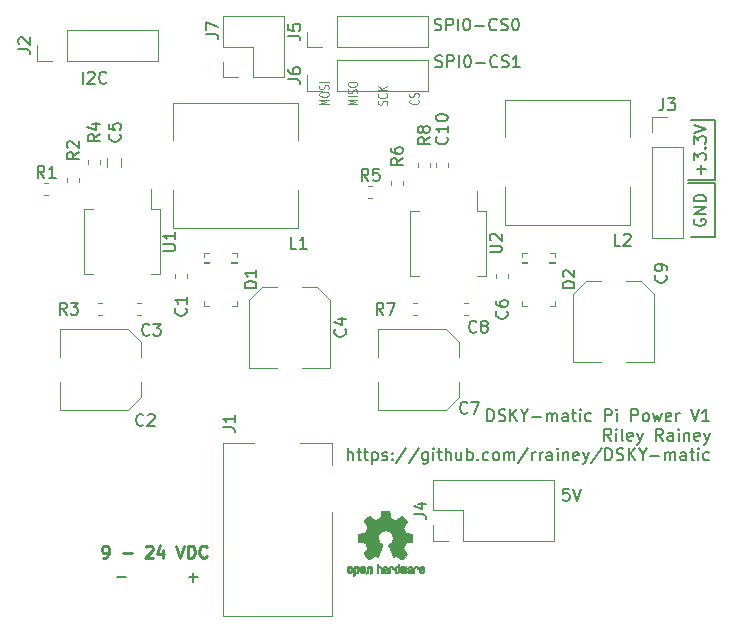
<source format=gto>
G04 #@! TF.GenerationSoftware,KiCad,Pcbnew,(5.1.6-0-10_14)*
G04 #@! TF.CreationDate,2021-09-09T15:00:30-05:00*
G04 #@! TF.ProjectId,2019-Pi-Power,32303139-2d50-4692-9d50-6f7765722e6b,rev?*
G04 #@! TF.SameCoordinates,Original*
G04 #@! TF.FileFunction,Legend,Top*
G04 #@! TF.FilePolarity,Positive*
%FSLAX46Y46*%
G04 Gerber Fmt 4.6, Leading zero omitted, Abs format (unit mm)*
G04 Created by KiCad (PCBNEW (5.1.6-0-10_14)) date 2021-09-09 15:00:30*
%MOMM*%
%LPD*%
G01*
G04 APERTURE LIST*
%ADD10C,0.150000*%
%ADD11C,0.200000*%
%ADD12C,0.250000*%
%ADD13C,0.120000*%
%ADD14C,0.010000*%
%ADD15C,0.100000*%
G04 APERTURE END LIST*
D10*
X245212119Y-135340380D02*
X245212119Y-134340380D01*
X245450214Y-134340380D01*
X245593071Y-134388000D01*
X245688309Y-134483238D01*
X245735928Y-134578476D01*
X245783547Y-134768952D01*
X245783547Y-134911809D01*
X245735928Y-135102285D01*
X245688309Y-135197523D01*
X245593071Y-135292761D01*
X245450214Y-135340380D01*
X245212119Y-135340380D01*
X246164500Y-135292761D02*
X246307357Y-135340380D01*
X246545452Y-135340380D01*
X246640690Y-135292761D01*
X246688309Y-135245142D01*
X246735928Y-135149904D01*
X246735928Y-135054666D01*
X246688309Y-134959428D01*
X246640690Y-134911809D01*
X246545452Y-134864190D01*
X246354976Y-134816571D01*
X246259738Y-134768952D01*
X246212119Y-134721333D01*
X246164500Y-134626095D01*
X246164500Y-134530857D01*
X246212119Y-134435619D01*
X246259738Y-134388000D01*
X246354976Y-134340380D01*
X246593071Y-134340380D01*
X246735928Y-134388000D01*
X247164500Y-135340380D02*
X247164500Y-134340380D01*
X247735928Y-135340380D02*
X247307357Y-134768952D01*
X247735928Y-134340380D02*
X247164500Y-134911809D01*
X248354976Y-134864190D02*
X248354976Y-135340380D01*
X248021642Y-134340380D02*
X248354976Y-134864190D01*
X248688309Y-134340380D01*
X249021642Y-134959428D02*
X249783547Y-134959428D01*
X250259738Y-135340380D02*
X250259738Y-134673714D01*
X250259738Y-134768952D02*
X250307357Y-134721333D01*
X250402595Y-134673714D01*
X250545452Y-134673714D01*
X250640690Y-134721333D01*
X250688309Y-134816571D01*
X250688309Y-135340380D01*
X250688309Y-134816571D02*
X250735928Y-134721333D01*
X250831166Y-134673714D01*
X250974023Y-134673714D01*
X251069261Y-134721333D01*
X251116880Y-134816571D01*
X251116880Y-135340380D01*
X252021642Y-135340380D02*
X252021642Y-134816571D01*
X251974023Y-134721333D01*
X251878785Y-134673714D01*
X251688309Y-134673714D01*
X251593071Y-134721333D01*
X252021642Y-135292761D02*
X251926404Y-135340380D01*
X251688309Y-135340380D01*
X251593071Y-135292761D01*
X251545452Y-135197523D01*
X251545452Y-135102285D01*
X251593071Y-135007047D01*
X251688309Y-134959428D01*
X251926404Y-134959428D01*
X252021642Y-134911809D01*
X252354976Y-134673714D02*
X252735928Y-134673714D01*
X252497833Y-134340380D02*
X252497833Y-135197523D01*
X252545452Y-135292761D01*
X252640690Y-135340380D01*
X252735928Y-135340380D01*
X253069261Y-135340380D02*
X253069261Y-134673714D01*
X253069261Y-134340380D02*
X253021642Y-134388000D01*
X253069261Y-134435619D01*
X253116880Y-134388000D01*
X253069261Y-134340380D01*
X253069261Y-134435619D01*
X253974023Y-135292761D02*
X253878785Y-135340380D01*
X253688309Y-135340380D01*
X253593071Y-135292761D01*
X253545452Y-135245142D01*
X253497833Y-135149904D01*
X253497833Y-134864190D01*
X253545452Y-134768952D01*
X253593071Y-134721333D01*
X253688309Y-134673714D01*
X253878785Y-134673714D01*
X253974023Y-134721333D01*
X255164500Y-135340380D02*
X255164500Y-134340380D01*
X255545452Y-134340380D01*
X255640690Y-134388000D01*
X255688309Y-134435619D01*
X255735928Y-134530857D01*
X255735928Y-134673714D01*
X255688309Y-134768952D01*
X255640690Y-134816571D01*
X255545452Y-134864190D01*
X255164500Y-134864190D01*
X256164500Y-135340380D02*
X256164500Y-134673714D01*
X256164500Y-134340380D02*
X256116880Y-134388000D01*
X256164500Y-134435619D01*
X256212119Y-134388000D01*
X256164500Y-134340380D01*
X256164500Y-134435619D01*
X257402595Y-135340380D02*
X257402595Y-134340380D01*
X257783547Y-134340380D01*
X257878785Y-134388000D01*
X257926404Y-134435619D01*
X257974023Y-134530857D01*
X257974023Y-134673714D01*
X257926404Y-134768952D01*
X257878785Y-134816571D01*
X257783547Y-134864190D01*
X257402595Y-134864190D01*
X258545452Y-135340380D02*
X258450214Y-135292761D01*
X258402595Y-135245142D01*
X258354976Y-135149904D01*
X258354976Y-134864190D01*
X258402595Y-134768952D01*
X258450214Y-134721333D01*
X258545452Y-134673714D01*
X258688309Y-134673714D01*
X258783547Y-134721333D01*
X258831166Y-134768952D01*
X258878785Y-134864190D01*
X258878785Y-135149904D01*
X258831166Y-135245142D01*
X258783547Y-135292761D01*
X258688309Y-135340380D01*
X258545452Y-135340380D01*
X259212119Y-134673714D02*
X259402595Y-135340380D01*
X259593071Y-134864190D01*
X259783547Y-135340380D01*
X259974023Y-134673714D01*
X260735928Y-135292761D02*
X260640690Y-135340380D01*
X260450214Y-135340380D01*
X260354976Y-135292761D01*
X260307357Y-135197523D01*
X260307357Y-134816571D01*
X260354976Y-134721333D01*
X260450214Y-134673714D01*
X260640690Y-134673714D01*
X260735928Y-134721333D01*
X260783547Y-134816571D01*
X260783547Y-134911809D01*
X260307357Y-135007047D01*
X261212119Y-135340380D02*
X261212119Y-134673714D01*
X261212119Y-134864190D02*
X261259738Y-134768952D01*
X261307357Y-134721333D01*
X261402595Y-134673714D01*
X261497833Y-134673714D01*
X262450214Y-134340380D02*
X262783547Y-135340380D01*
X263116880Y-134340380D01*
X263974023Y-135340380D02*
X263402595Y-135340380D01*
X263688309Y-135340380D02*
X263688309Y-134340380D01*
X263593071Y-134483238D01*
X263497833Y-134578476D01*
X263402595Y-134626095D01*
X255688309Y-136990380D02*
X255354976Y-136514190D01*
X255116880Y-136990380D02*
X255116880Y-135990380D01*
X255497833Y-135990380D01*
X255593071Y-136038000D01*
X255640690Y-136085619D01*
X255688309Y-136180857D01*
X255688309Y-136323714D01*
X255640690Y-136418952D01*
X255593071Y-136466571D01*
X255497833Y-136514190D01*
X255116880Y-136514190D01*
X256116880Y-136990380D02*
X256116880Y-136323714D01*
X256116880Y-135990380D02*
X256069261Y-136038000D01*
X256116880Y-136085619D01*
X256164500Y-136038000D01*
X256116880Y-135990380D01*
X256116880Y-136085619D01*
X256735928Y-136990380D02*
X256640690Y-136942761D01*
X256593071Y-136847523D01*
X256593071Y-135990380D01*
X257497833Y-136942761D02*
X257402595Y-136990380D01*
X257212119Y-136990380D01*
X257116880Y-136942761D01*
X257069261Y-136847523D01*
X257069261Y-136466571D01*
X257116880Y-136371333D01*
X257212119Y-136323714D01*
X257402595Y-136323714D01*
X257497833Y-136371333D01*
X257545452Y-136466571D01*
X257545452Y-136561809D01*
X257069261Y-136657047D01*
X257878785Y-136323714D02*
X258116880Y-136990380D01*
X258354976Y-136323714D02*
X258116880Y-136990380D01*
X258021642Y-137228476D01*
X257974023Y-137276095D01*
X257878785Y-137323714D01*
X260069261Y-136990380D02*
X259735928Y-136514190D01*
X259497833Y-136990380D02*
X259497833Y-135990380D01*
X259878785Y-135990380D01*
X259974023Y-136038000D01*
X260021642Y-136085619D01*
X260069261Y-136180857D01*
X260069261Y-136323714D01*
X260021642Y-136418952D01*
X259974023Y-136466571D01*
X259878785Y-136514190D01*
X259497833Y-136514190D01*
X260926404Y-136990380D02*
X260926404Y-136466571D01*
X260878785Y-136371333D01*
X260783547Y-136323714D01*
X260593071Y-136323714D01*
X260497833Y-136371333D01*
X260926404Y-136942761D02*
X260831166Y-136990380D01*
X260593071Y-136990380D01*
X260497833Y-136942761D01*
X260450214Y-136847523D01*
X260450214Y-136752285D01*
X260497833Y-136657047D01*
X260593071Y-136609428D01*
X260831166Y-136609428D01*
X260926404Y-136561809D01*
X261402595Y-136990380D02*
X261402595Y-136323714D01*
X261402595Y-135990380D02*
X261354976Y-136038000D01*
X261402595Y-136085619D01*
X261450214Y-136038000D01*
X261402595Y-135990380D01*
X261402595Y-136085619D01*
X261878785Y-136323714D02*
X261878785Y-136990380D01*
X261878785Y-136418952D02*
X261926404Y-136371333D01*
X262021642Y-136323714D01*
X262164500Y-136323714D01*
X262259738Y-136371333D01*
X262307357Y-136466571D01*
X262307357Y-136990380D01*
X263164500Y-136942761D02*
X263069261Y-136990380D01*
X262878785Y-136990380D01*
X262783547Y-136942761D01*
X262735928Y-136847523D01*
X262735928Y-136466571D01*
X262783547Y-136371333D01*
X262878785Y-136323714D01*
X263069261Y-136323714D01*
X263164500Y-136371333D01*
X263212119Y-136466571D01*
X263212119Y-136561809D01*
X262735928Y-136657047D01*
X263545452Y-136323714D02*
X263783547Y-136990380D01*
X264021642Y-136323714D02*
X263783547Y-136990380D01*
X263688309Y-137228476D01*
X263640690Y-137276095D01*
X263545452Y-137323714D01*
X233402595Y-138640380D02*
X233402595Y-137640380D01*
X233831166Y-138640380D02*
X233831166Y-138116571D01*
X233783547Y-138021333D01*
X233688309Y-137973714D01*
X233545452Y-137973714D01*
X233450214Y-138021333D01*
X233402595Y-138068952D01*
X234164500Y-137973714D02*
X234545452Y-137973714D01*
X234307357Y-137640380D02*
X234307357Y-138497523D01*
X234354976Y-138592761D01*
X234450214Y-138640380D01*
X234545452Y-138640380D01*
X234735928Y-137973714D02*
X235116880Y-137973714D01*
X234878785Y-137640380D02*
X234878785Y-138497523D01*
X234926404Y-138592761D01*
X235021642Y-138640380D01*
X235116880Y-138640380D01*
X235450214Y-137973714D02*
X235450214Y-138973714D01*
X235450214Y-138021333D02*
X235545452Y-137973714D01*
X235735928Y-137973714D01*
X235831166Y-138021333D01*
X235878785Y-138068952D01*
X235926404Y-138164190D01*
X235926404Y-138449904D01*
X235878785Y-138545142D01*
X235831166Y-138592761D01*
X235735928Y-138640380D01*
X235545452Y-138640380D01*
X235450214Y-138592761D01*
X236307357Y-138592761D02*
X236402595Y-138640380D01*
X236593071Y-138640380D01*
X236688309Y-138592761D01*
X236735928Y-138497523D01*
X236735928Y-138449904D01*
X236688309Y-138354666D01*
X236593071Y-138307047D01*
X236450214Y-138307047D01*
X236354976Y-138259428D01*
X236307357Y-138164190D01*
X236307357Y-138116571D01*
X236354976Y-138021333D01*
X236450214Y-137973714D01*
X236593071Y-137973714D01*
X236688309Y-138021333D01*
X237164500Y-138545142D02*
X237212119Y-138592761D01*
X237164500Y-138640380D01*
X237116880Y-138592761D01*
X237164500Y-138545142D01*
X237164500Y-138640380D01*
X237164500Y-138021333D02*
X237212119Y-138068952D01*
X237164500Y-138116571D01*
X237116880Y-138068952D01*
X237164500Y-138021333D01*
X237164500Y-138116571D01*
X238354976Y-137592761D02*
X237497833Y-138878476D01*
X239402595Y-137592761D02*
X238545452Y-138878476D01*
X240164500Y-137973714D02*
X240164500Y-138783238D01*
X240116880Y-138878476D01*
X240069261Y-138926095D01*
X239974023Y-138973714D01*
X239831166Y-138973714D01*
X239735928Y-138926095D01*
X240164500Y-138592761D02*
X240069261Y-138640380D01*
X239878785Y-138640380D01*
X239783547Y-138592761D01*
X239735928Y-138545142D01*
X239688309Y-138449904D01*
X239688309Y-138164190D01*
X239735928Y-138068952D01*
X239783547Y-138021333D01*
X239878785Y-137973714D01*
X240069261Y-137973714D01*
X240164500Y-138021333D01*
X240640690Y-138640380D02*
X240640690Y-137973714D01*
X240640690Y-137640380D02*
X240593071Y-137688000D01*
X240640690Y-137735619D01*
X240688309Y-137688000D01*
X240640690Y-137640380D01*
X240640690Y-137735619D01*
X240974023Y-137973714D02*
X241354976Y-137973714D01*
X241116880Y-137640380D02*
X241116880Y-138497523D01*
X241164500Y-138592761D01*
X241259738Y-138640380D01*
X241354976Y-138640380D01*
X241688309Y-138640380D02*
X241688309Y-137640380D01*
X242116880Y-138640380D02*
X242116880Y-138116571D01*
X242069261Y-138021333D01*
X241974023Y-137973714D01*
X241831166Y-137973714D01*
X241735928Y-138021333D01*
X241688309Y-138068952D01*
X243021642Y-137973714D02*
X243021642Y-138640380D01*
X242593071Y-137973714D02*
X242593071Y-138497523D01*
X242640690Y-138592761D01*
X242735928Y-138640380D01*
X242878785Y-138640380D01*
X242974023Y-138592761D01*
X243021642Y-138545142D01*
X243497833Y-138640380D02*
X243497833Y-137640380D01*
X243497833Y-138021333D02*
X243593071Y-137973714D01*
X243783547Y-137973714D01*
X243878785Y-138021333D01*
X243926404Y-138068952D01*
X243974023Y-138164190D01*
X243974023Y-138449904D01*
X243926404Y-138545142D01*
X243878785Y-138592761D01*
X243783547Y-138640380D01*
X243593071Y-138640380D01*
X243497833Y-138592761D01*
X244402595Y-138545142D02*
X244450214Y-138592761D01*
X244402595Y-138640380D01*
X244354976Y-138592761D01*
X244402595Y-138545142D01*
X244402595Y-138640380D01*
X245307357Y-138592761D02*
X245212119Y-138640380D01*
X245021642Y-138640380D01*
X244926404Y-138592761D01*
X244878785Y-138545142D01*
X244831166Y-138449904D01*
X244831166Y-138164190D01*
X244878785Y-138068952D01*
X244926404Y-138021333D01*
X245021642Y-137973714D01*
X245212119Y-137973714D01*
X245307357Y-138021333D01*
X245878785Y-138640380D02*
X245783547Y-138592761D01*
X245735928Y-138545142D01*
X245688309Y-138449904D01*
X245688309Y-138164190D01*
X245735928Y-138068952D01*
X245783547Y-138021333D01*
X245878785Y-137973714D01*
X246021642Y-137973714D01*
X246116880Y-138021333D01*
X246164500Y-138068952D01*
X246212119Y-138164190D01*
X246212119Y-138449904D01*
X246164500Y-138545142D01*
X246116880Y-138592761D01*
X246021642Y-138640380D01*
X245878785Y-138640380D01*
X246640690Y-138640380D02*
X246640690Y-137973714D01*
X246640690Y-138068952D02*
X246688309Y-138021333D01*
X246783547Y-137973714D01*
X246926404Y-137973714D01*
X247021642Y-138021333D01*
X247069261Y-138116571D01*
X247069261Y-138640380D01*
X247069261Y-138116571D02*
X247116880Y-138021333D01*
X247212119Y-137973714D01*
X247354976Y-137973714D01*
X247450214Y-138021333D01*
X247497833Y-138116571D01*
X247497833Y-138640380D01*
X248688309Y-137592761D02*
X247831166Y-138878476D01*
X249021642Y-138640380D02*
X249021642Y-137973714D01*
X249021642Y-138164190D02*
X249069261Y-138068952D01*
X249116880Y-138021333D01*
X249212119Y-137973714D01*
X249307357Y-137973714D01*
X249640690Y-138640380D02*
X249640690Y-137973714D01*
X249640690Y-138164190D02*
X249688309Y-138068952D01*
X249735928Y-138021333D01*
X249831166Y-137973714D01*
X249926404Y-137973714D01*
X250688309Y-138640380D02*
X250688309Y-138116571D01*
X250640690Y-138021333D01*
X250545452Y-137973714D01*
X250354976Y-137973714D01*
X250259738Y-138021333D01*
X250688309Y-138592761D02*
X250593071Y-138640380D01*
X250354976Y-138640380D01*
X250259738Y-138592761D01*
X250212119Y-138497523D01*
X250212119Y-138402285D01*
X250259738Y-138307047D01*
X250354976Y-138259428D01*
X250593071Y-138259428D01*
X250688309Y-138211809D01*
X251164500Y-138640380D02*
X251164500Y-137973714D01*
X251164500Y-137640380D02*
X251116880Y-137688000D01*
X251164500Y-137735619D01*
X251212119Y-137688000D01*
X251164500Y-137640380D01*
X251164500Y-137735619D01*
X251640690Y-137973714D02*
X251640690Y-138640380D01*
X251640690Y-138068952D02*
X251688309Y-138021333D01*
X251783547Y-137973714D01*
X251926404Y-137973714D01*
X252021642Y-138021333D01*
X252069261Y-138116571D01*
X252069261Y-138640380D01*
X252926404Y-138592761D02*
X252831166Y-138640380D01*
X252640690Y-138640380D01*
X252545452Y-138592761D01*
X252497833Y-138497523D01*
X252497833Y-138116571D01*
X252545452Y-138021333D01*
X252640690Y-137973714D01*
X252831166Y-137973714D01*
X252926404Y-138021333D01*
X252974023Y-138116571D01*
X252974023Y-138211809D01*
X252497833Y-138307047D01*
X253307357Y-137973714D02*
X253545452Y-138640380D01*
X253783547Y-137973714D02*
X253545452Y-138640380D01*
X253450214Y-138878476D01*
X253402595Y-138926095D01*
X253307357Y-138973714D01*
X254878785Y-137592761D02*
X254021642Y-138878476D01*
X255212119Y-138640380D02*
X255212119Y-137640380D01*
X255450214Y-137640380D01*
X255593071Y-137688000D01*
X255688309Y-137783238D01*
X255735928Y-137878476D01*
X255783547Y-138068952D01*
X255783547Y-138211809D01*
X255735928Y-138402285D01*
X255688309Y-138497523D01*
X255593071Y-138592761D01*
X255450214Y-138640380D01*
X255212119Y-138640380D01*
X256164500Y-138592761D02*
X256307357Y-138640380D01*
X256545452Y-138640380D01*
X256640690Y-138592761D01*
X256688309Y-138545142D01*
X256735928Y-138449904D01*
X256735928Y-138354666D01*
X256688309Y-138259428D01*
X256640690Y-138211809D01*
X256545452Y-138164190D01*
X256354976Y-138116571D01*
X256259738Y-138068952D01*
X256212119Y-138021333D01*
X256164500Y-137926095D01*
X256164500Y-137830857D01*
X256212119Y-137735619D01*
X256259738Y-137688000D01*
X256354976Y-137640380D01*
X256593071Y-137640380D01*
X256735928Y-137688000D01*
X257164500Y-138640380D02*
X257164500Y-137640380D01*
X257735928Y-138640380D02*
X257307357Y-138068952D01*
X257735928Y-137640380D02*
X257164500Y-138211809D01*
X258354976Y-138164190D02*
X258354976Y-138640380D01*
X258021642Y-137640380D02*
X258354976Y-138164190D01*
X258688309Y-137640380D01*
X259021642Y-138259428D02*
X259783547Y-138259428D01*
X260259738Y-138640380D02*
X260259738Y-137973714D01*
X260259738Y-138068952D02*
X260307357Y-138021333D01*
X260402595Y-137973714D01*
X260545452Y-137973714D01*
X260640690Y-138021333D01*
X260688309Y-138116571D01*
X260688309Y-138640380D01*
X260688309Y-138116571D02*
X260735928Y-138021333D01*
X260831166Y-137973714D01*
X260974023Y-137973714D01*
X261069261Y-138021333D01*
X261116880Y-138116571D01*
X261116880Y-138640380D01*
X262021642Y-138640380D02*
X262021642Y-138116571D01*
X261974023Y-138021333D01*
X261878785Y-137973714D01*
X261688309Y-137973714D01*
X261593071Y-138021333D01*
X262021642Y-138592761D02*
X261926404Y-138640380D01*
X261688309Y-138640380D01*
X261593071Y-138592761D01*
X261545452Y-138497523D01*
X261545452Y-138402285D01*
X261593071Y-138307047D01*
X261688309Y-138259428D01*
X261926404Y-138259428D01*
X262021642Y-138211809D01*
X262354976Y-137973714D02*
X262735928Y-137973714D01*
X262497833Y-137640380D02*
X262497833Y-138497523D01*
X262545452Y-138592761D01*
X262640690Y-138640380D01*
X262735928Y-138640380D01*
X263069261Y-138640380D02*
X263069261Y-137973714D01*
X263069261Y-137640380D02*
X263021642Y-137688000D01*
X263069261Y-137735619D01*
X263116880Y-137688000D01*
X263069261Y-137640380D01*
X263069261Y-137735619D01*
X263974023Y-138592761D02*
X263878785Y-138640380D01*
X263688309Y-138640380D01*
X263593071Y-138592761D01*
X263545452Y-138545142D01*
X263497833Y-138449904D01*
X263497833Y-138164190D01*
X263545452Y-138068952D01*
X263593071Y-138021333D01*
X263688309Y-137973714D01*
X263878785Y-137973714D01*
X263974023Y-138021333D01*
X264516000Y-109868000D02*
X262484000Y-109868000D01*
X264516000Y-114948000D02*
X264516000Y-109868000D01*
X262230000Y-114948000D02*
X264516000Y-114948000D01*
X264516000Y-119774000D02*
X262484000Y-119774000D01*
X264516000Y-115202000D02*
X264516000Y-119774000D01*
X262230000Y-115202000D02*
X264516000Y-115202000D01*
X262746000Y-118249904D02*
X262698380Y-118345142D01*
X262698380Y-118488000D01*
X262746000Y-118630857D01*
X262841238Y-118726095D01*
X262936476Y-118773714D01*
X263126952Y-118821333D01*
X263269809Y-118821333D01*
X263460285Y-118773714D01*
X263555523Y-118726095D01*
X263650761Y-118630857D01*
X263698380Y-118488000D01*
X263698380Y-118392761D01*
X263650761Y-118249904D01*
X263603142Y-118202285D01*
X263269809Y-118202285D01*
X263269809Y-118392761D01*
X263698380Y-117773714D02*
X262698380Y-117773714D01*
X263698380Y-117202285D01*
X262698380Y-117202285D01*
X263698380Y-116726095D02*
X262698380Y-116726095D01*
X262698380Y-116488000D01*
X262746000Y-116345142D01*
X262841238Y-116249904D01*
X262936476Y-116202285D01*
X263126952Y-116154666D01*
X263269809Y-116154666D01*
X263460285Y-116202285D01*
X263555523Y-116249904D01*
X263650761Y-116345142D01*
X263698380Y-116488000D01*
X263698380Y-116726095D01*
X263317428Y-114408000D02*
X263317428Y-113646095D01*
X263698380Y-114027047D02*
X262936476Y-114027047D01*
X262698380Y-113265142D02*
X262698380Y-112646095D01*
X263079333Y-112979428D01*
X263079333Y-112836571D01*
X263126952Y-112741333D01*
X263174571Y-112693714D01*
X263269809Y-112646095D01*
X263507904Y-112646095D01*
X263603142Y-112693714D01*
X263650761Y-112741333D01*
X263698380Y-112836571D01*
X263698380Y-113122285D01*
X263650761Y-113217523D01*
X263603142Y-113265142D01*
X263603142Y-112217523D02*
X263650761Y-112169904D01*
X263698380Y-112217523D01*
X263650761Y-112265142D01*
X263603142Y-112217523D01*
X263698380Y-112217523D01*
X262698380Y-111836571D02*
X262698380Y-111217523D01*
X263079333Y-111550857D01*
X263079333Y-111408000D01*
X263126952Y-111312761D01*
X263174571Y-111265142D01*
X263269809Y-111217523D01*
X263507904Y-111217523D01*
X263603142Y-111265142D01*
X263650761Y-111312761D01*
X263698380Y-111408000D01*
X263698380Y-111693714D01*
X263650761Y-111788952D01*
X263603142Y-111836571D01*
X262698380Y-110931809D02*
X263698380Y-110598476D01*
X262698380Y-110265142D01*
X252133523Y-141070380D02*
X251657333Y-141070380D01*
X251609714Y-141546571D01*
X251657333Y-141498952D01*
X251752571Y-141451333D01*
X251990666Y-141451333D01*
X252085904Y-141498952D01*
X252133523Y-141546571D01*
X252181142Y-141641809D01*
X252181142Y-141879904D01*
X252133523Y-141975142D01*
X252085904Y-142022761D01*
X251990666Y-142070380D01*
X251752571Y-142070380D01*
X251657333Y-142022761D01*
X251609714Y-141975142D01*
X252466857Y-141070380D02*
X252800190Y-142070380D01*
X253133523Y-141070380D01*
D11*
X210961809Y-106764380D02*
X210961809Y-105764380D01*
X211390380Y-105859619D02*
X211438000Y-105812000D01*
X211533238Y-105764380D01*
X211771333Y-105764380D01*
X211866571Y-105812000D01*
X211914190Y-105859619D01*
X211961809Y-105954857D01*
X211961809Y-106050095D01*
X211914190Y-106192952D01*
X211342761Y-106764380D01*
X211961809Y-106764380D01*
X212961809Y-106669142D02*
X212914190Y-106716761D01*
X212771333Y-106764380D01*
X212676095Y-106764380D01*
X212533238Y-106716761D01*
X212438000Y-106621523D01*
X212390380Y-106526285D01*
X212342761Y-106335809D01*
X212342761Y-106192952D01*
X212390380Y-106002476D01*
X212438000Y-105907238D01*
X212533238Y-105812000D01*
X212676095Y-105764380D01*
X212771333Y-105764380D01*
X212914190Y-105812000D01*
X212961809Y-105859619D01*
D12*
X212684666Y-146896380D02*
X212875142Y-146896380D01*
X212970380Y-146848761D01*
X213018000Y-146801142D01*
X213113238Y-146658285D01*
X213160857Y-146467809D01*
X213160857Y-146086857D01*
X213113238Y-145991619D01*
X213065619Y-145944000D01*
X212970380Y-145896380D01*
X212779904Y-145896380D01*
X212684666Y-145944000D01*
X212637047Y-145991619D01*
X212589428Y-146086857D01*
X212589428Y-146324952D01*
X212637047Y-146420190D01*
X212684666Y-146467809D01*
X212779904Y-146515428D01*
X212970380Y-146515428D01*
X213065619Y-146467809D01*
X213113238Y-146420190D01*
X213160857Y-146324952D01*
X214351333Y-146515428D02*
X215113238Y-146515428D01*
X216303714Y-145991619D02*
X216351333Y-145944000D01*
X216446571Y-145896380D01*
X216684666Y-145896380D01*
X216779904Y-145944000D01*
X216827523Y-145991619D01*
X216875142Y-146086857D01*
X216875142Y-146182095D01*
X216827523Y-146324952D01*
X216256095Y-146896380D01*
X216875142Y-146896380D01*
X217732285Y-146229714D02*
X217732285Y-146896380D01*
X217494190Y-145848761D02*
X217256095Y-146563047D01*
X217875142Y-146563047D01*
X218875142Y-145896380D02*
X219208476Y-146896380D01*
X219541809Y-145896380D01*
X219875142Y-146896380D02*
X219875142Y-145896380D01*
X220113238Y-145896380D01*
X220256095Y-145944000D01*
X220351333Y-146039238D01*
X220398952Y-146134476D01*
X220446571Y-146324952D01*
X220446571Y-146467809D01*
X220398952Y-146658285D01*
X220351333Y-146753523D01*
X220256095Y-146848761D01*
X220113238Y-146896380D01*
X219875142Y-146896380D01*
X221446571Y-146801142D02*
X221398952Y-146848761D01*
X221256095Y-146896380D01*
X221160857Y-146896380D01*
X221018000Y-146848761D01*
X220922761Y-146753523D01*
X220875142Y-146658285D01*
X220827523Y-146467809D01*
X220827523Y-146324952D01*
X220875142Y-146134476D01*
X220922761Y-146039238D01*
X221018000Y-145944000D01*
X221160857Y-145896380D01*
X221256095Y-145896380D01*
X221398952Y-145944000D01*
X221446571Y-145991619D01*
D11*
X213822000Y-148547428D02*
X214622000Y-148547428D01*
X219922000Y-148547428D02*
X220722000Y-148547428D01*
X220322000Y-148928380D02*
X220322000Y-148166476D01*
D13*
X239338214Y-108126500D02*
X239376309Y-108155071D01*
X239414404Y-108240785D01*
X239414404Y-108297928D01*
X239376309Y-108383642D01*
X239300119Y-108440785D01*
X239223928Y-108469357D01*
X239071547Y-108497928D01*
X238957261Y-108497928D01*
X238804880Y-108469357D01*
X238728690Y-108440785D01*
X238652500Y-108383642D01*
X238614404Y-108297928D01*
X238614404Y-108240785D01*
X238652500Y-108155071D01*
X238690595Y-108126500D01*
X239376309Y-107897928D02*
X239414404Y-107812214D01*
X239414404Y-107669357D01*
X239376309Y-107612214D01*
X239338214Y-107583642D01*
X239262023Y-107555071D01*
X239185833Y-107555071D01*
X239109642Y-107583642D01*
X239071547Y-107612214D01*
X239033452Y-107669357D01*
X238995357Y-107783642D01*
X238957261Y-107840785D01*
X238919166Y-107869357D01*
X238842976Y-107897928D01*
X238766785Y-107897928D01*
X238690595Y-107869357D01*
X238652500Y-107840785D01*
X238614404Y-107783642D01*
X238614404Y-107640785D01*
X238652500Y-107555071D01*
X236709309Y-108543928D02*
X236747404Y-108458214D01*
X236747404Y-108315357D01*
X236709309Y-108258214D01*
X236671214Y-108229642D01*
X236595023Y-108201071D01*
X236518833Y-108201071D01*
X236442642Y-108229642D01*
X236404547Y-108258214D01*
X236366452Y-108315357D01*
X236328357Y-108429642D01*
X236290261Y-108486785D01*
X236252166Y-108515357D01*
X236175976Y-108543928D01*
X236099785Y-108543928D01*
X236023595Y-108515357D01*
X235985500Y-108486785D01*
X235947404Y-108429642D01*
X235947404Y-108286785D01*
X235985500Y-108201071D01*
X236671214Y-107601071D02*
X236709309Y-107629642D01*
X236747404Y-107715357D01*
X236747404Y-107772500D01*
X236709309Y-107858214D01*
X236633119Y-107915357D01*
X236556928Y-107943928D01*
X236404547Y-107972500D01*
X236290261Y-107972500D01*
X236137880Y-107943928D01*
X236061690Y-107915357D01*
X235985500Y-107858214D01*
X235947404Y-107772500D01*
X235947404Y-107715357D01*
X235985500Y-107629642D01*
X236023595Y-107601071D01*
X236747404Y-107343928D02*
X235947404Y-107343928D01*
X236747404Y-107001071D02*
X236290261Y-107258214D01*
X235947404Y-107001071D02*
X236404547Y-107343928D01*
X234207404Y-108524857D02*
X233407404Y-108524857D01*
X233978833Y-108324857D01*
X233407404Y-108124857D01*
X234207404Y-108124857D01*
X234207404Y-107839142D02*
X233407404Y-107839142D01*
X234169309Y-107582000D02*
X234207404Y-107496285D01*
X234207404Y-107353428D01*
X234169309Y-107296285D01*
X234131214Y-107267714D01*
X234055023Y-107239142D01*
X233978833Y-107239142D01*
X233902642Y-107267714D01*
X233864547Y-107296285D01*
X233826452Y-107353428D01*
X233788357Y-107467714D01*
X233750261Y-107524857D01*
X233712166Y-107553428D01*
X233635976Y-107582000D01*
X233559785Y-107582000D01*
X233483595Y-107553428D01*
X233445500Y-107524857D01*
X233407404Y-107467714D01*
X233407404Y-107324857D01*
X233445500Y-107239142D01*
X233407404Y-106867714D02*
X233407404Y-106753428D01*
X233445500Y-106696285D01*
X233521690Y-106639142D01*
X233674071Y-106610571D01*
X233940738Y-106610571D01*
X234093119Y-106639142D01*
X234169309Y-106696285D01*
X234207404Y-106753428D01*
X234207404Y-106867714D01*
X234169309Y-106924857D01*
X234093119Y-106982000D01*
X233940738Y-107010571D01*
X233674071Y-107010571D01*
X233521690Y-106982000D01*
X233445500Y-106924857D01*
X233407404Y-106867714D01*
X231794404Y-108524857D02*
X230994404Y-108524857D01*
X231565833Y-108324857D01*
X230994404Y-108124857D01*
X231794404Y-108124857D01*
X230994404Y-107724857D02*
X230994404Y-107610571D01*
X231032500Y-107553428D01*
X231108690Y-107496285D01*
X231261071Y-107467714D01*
X231527738Y-107467714D01*
X231680119Y-107496285D01*
X231756309Y-107553428D01*
X231794404Y-107610571D01*
X231794404Y-107724857D01*
X231756309Y-107782000D01*
X231680119Y-107839142D01*
X231527738Y-107867714D01*
X231261071Y-107867714D01*
X231108690Y-107839142D01*
X231032500Y-107782000D01*
X230994404Y-107724857D01*
X231756309Y-107239142D02*
X231794404Y-107153428D01*
X231794404Y-107010571D01*
X231756309Y-106953428D01*
X231718214Y-106924857D01*
X231642023Y-106896285D01*
X231565833Y-106896285D01*
X231489642Y-106924857D01*
X231451547Y-106953428D01*
X231413452Y-107010571D01*
X231375357Y-107124857D01*
X231337261Y-107182000D01*
X231299166Y-107210571D01*
X231222976Y-107239142D01*
X231146785Y-107239142D01*
X231070595Y-107210571D01*
X231032500Y-107182000D01*
X230994404Y-107124857D01*
X230994404Y-106982000D01*
X231032500Y-106896285D01*
X231794404Y-106639142D02*
X230994404Y-106639142D01*
D11*
X240815071Y-105319761D02*
X240957928Y-105367380D01*
X241196023Y-105367380D01*
X241291261Y-105319761D01*
X241338880Y-105272142D01*
X241386500Y-105176904D01*
X241386500Y-105081666D01*
X241338880Y-104986428D01*
X241291261Y-104938809D01*
X241196023Y-104891190D01*
X241005547Y-104843571D01*
X240910309Y-104795952D01*
X240862690Y-104748333D01*
X240815071Y-104653095D01*
X240815071Y-104557857D01*
X240862690Y-104462619D01*
X240910309Y-104415000D01*
X241005547Y-104367380D01*
X241243642Y-104367380D01*
X241386500Y-104415000D01*
X241815071Y-105367380D02*
X241815071Y-104367380D01*
X242196023Y-104367380D01*
X242291261Y-104415000D01*
X242338880Y-104462619D01*
X242386500Y-104557857D01*
X242386500Y-104700714D01*
X242338880Y-104795952D01*
X242291261Y-104843571D01*
X242196023Y-104891190D01*
X241815071Y-104891190D01*
X242815071Y-105367380D02*
X242815071Y-104367380D01*
X243481738Y-104367380D02*
X243576976Y-104367380D01*
X243672214Y-104415000D01*
X243719833Y-104462619D01*
X243767452Y-104557857D01*
X243815071Y-104748333D01*
X243815071Y-104986428D01*
X243767452Y-105176904D01*
X243719833Y-105272142D01*
X243672214Y-105319761D01*
X243576976Y-105367380D01*
X243481738Y-105367380D01*
X243386500Y-105319761D01*
X243338880Y-105272142D01*
X243291261Y-105176904D01*
X243243642Y-104986428D01*
X243243642Y-104748333D01*
X243291261Y-104557857D01*
X243338880Y-104462619D01*
X243386500Y-104415000D01*
X243481738Y-104367380D01*
X244243642Y-104986428D02*
X245005547Y-104986428D01*
X246053166Y-105272142D02*
X246005547Y-105319761D01*
X245862690Y-105367380D01*
X245767452Y-105367380D01*
X245624595Y-105319761D01*
X245529357Y-105224523D01*
X245481738Y-105129285D01*
X245434119Y-104938809D01*
X245434119Y-104795952D01*
X245481738Y-104605476D01*
X245529357Y-104510238D01*
X245624595Y-104415000D01*
X245767452Y-104367380D01*
X245862690Y-104367380D01*
X246005547Y-104415000D01*
X246053166Y-104462619D01*
X246434119Y-105319761D02*
X246576976Y-105367380D01*
X246815071Y-105367380D01*
X246910309Y-105319761D01*
X246957928Y-105272142D01*
X247005547Y-105176904D01*
X247005547Y-105081666D01*
X246957928Y-104986428D01*
X246910309Y-104938809D01*
X246815071Y-104891190D01*
X246624595Y-104843571D01*
X246529357Y-104795952D01*
X246481738Y-104748333D01*
X246434119Y-104653095D01*
X246434119Y-104557857D01*
X246481738Y-104462619D01*
X246529357Y-104415000D01*
X246624595Y-104367380D01*
X246862690Y-104367380D01*
X247005547Y-104415000D01*
X247957928Y-105367380D02*
X247386500Y-105367380D01*
X247672214Y-105367380D02*
X247672214Y-104367380D01*
X247576976Y-104510238D01*
X247481738Y-104605476D01*
X247386500Y-104653095D01*
X240751571Y-102208261D02*
X240894428Y-102255880D01*
X241132523Y-102255880D01*
X241227761Y-102208261D01*
X241275380Y-102160642D01*
X241323000Y-102065404D01*
X241323000Y-101970166D01*
X241275380Y-101874928D01*
X241227761Y-101827309D01*
X241132523Y-101779690D01*
X240942047Y-101732071D01*
X240846809Y-101684452D01*
X240799190Y-101636833D01*
X240751571Y-101541595D01*
X240751571Y-101446357D01*
X240799190Y-101351119D01*
X240846809Y-101303500D01*
X240942047Y-101255880D01*
X241180142Y-101255880D01*
X241323000Y-101303500D01*
X241751571Y-102255880D02*
X241751571Y-101255880D01*
X242132523Y-101255880D01*
X242227761Y-101303500D01*
X242275380Y-101351119D01*
X242323000Y-101446357D01*
X242323000Y-101589214D01*
X242275380Y-101684452D01*
X242227761Y-101732071D01*
X242132523Y-101779690D01*
X241751571Y-101779690D01*
X242751571Y-102255880D02*
X242751571Y-101255880D01*
X243418238Y-101255880D02*
X243513476Y-101255880D01*
X243608714Y-101303500D01*
X243656333Y-101351119D01*
X243703952Y-101446357D01*
X243751571Y-101636833D01*
X243751571Y-101874928D01*
X243703952Y-102065404D01*
X243656333Y-102160642D01*
X243608714Y-102208261D01*
X243513476Y-102255880D01*
X243418238Y-102255880D01*
X243323000Y-102208261D01*
X243275380Y-102160642D01*
X243227761Y-102065404D01*
X243180142Y-101874928D01*
X243180142Y-101636833D01*
X243227761Y-101446357D01*
X243275380Y-101351119D01*
X243323000Y-101303500D01*
X243418238Y-101255880D01*
X244180142Y-101874928D02*
X244942047Y-101874928D01*
X245989666Y-102160642D02*
X245942047Y-102208261D01*
X245799190Y-102255880D01*
X245703952Y-102255880D01*
X245561095Y-102208261D01*
X245465857Y-102113023D01*
X245418238Y-102017785D01*
X245370619Y-101827309D01*
X245370619Y-101684452D01*
X245418238Y-101493976D01*
X245465857Y-101398738D01*
X245561095Y-101303500D01*
X245703952Y-101255880D01*
X245799190Y-101255880D01*
X245942047Y-101303500D01*
X245989666Y-101351119D01*
X246370619Y-102208261D02*
X246513476Y-102255880D01*
X246751571Y-102255880D01*
X246846809Y-102208261D01*
X246894428Y-102160642D01*
X246942047Y-102065404D01*
X246942047Y-101970166D01*
X246894428Y-101874928D01*
X246846809Y-101827309D01*
X246751571Y-101779690D01*
X246561095Y-101732071D01*
X246465857Y-101684452D01*
X246418238Y-101636833D01*
X246370619Y-101541595D01*
X246370619Y-101446357D01*
X246418238Y-101351119D01*
X246465857Y-101303500D01*
X246561095Y-101255880D01*
X246799190Y-101255880D01*
X246942047Y-101303500D01*
X247561095Y-101255880D02*
X247656333Y-101255880D01*
X247751571Y-101303500D01*
X247799190Y-101351119D01*
X247846809Y-101446357D01*
X247894428Y-101636833D01*
X247894428Y-101874928D01*
X247846809Y-102065404D01*
X247799190Y-102160642D01*
X247751571Y-102208261D01*
X247656333Y-102255880D01*
X247561095Y-102255880D01*
X247465857Y-102208261D01*
X247418238Y-102160642D01*
X247370619Y-102065404D01*
X247323000Y-101874928D01*
X247323000Y-101636833D01*
X247370619Y-101446357D01*
X247418238Y-101351119D01*
X247465857Y-101303500D01*
X247561095Y-101255880D01*
D14*
G36*
X236679910Y-142924348D02*
G01*
X236758454Y-142924778D01*
X236815298Y-142925942D01*
X236854105Y-142928207D01*
X236878538Y-142931940D01*
X236892262Y-142937506D01*
X236898940Y-142945273D01*
X236902236Y-142955605D01*
X236902556Y-142956943D01*
X236907562Y-142981079D01*
X236916829Y-143028701D01*
X236929392Y-143094741D01*
X236944287Y-143174128D01*
X236960551Y-143261796D01*
X236961119Y-143264875D01*
X236977410Y-143350789D01*
X236992652Y-143426696D01*
X237005861Y-143488045D01*
X237016054Y-143530282D01*
X237022248Y-143548855D01*
X237022543Y-143549184D01*
X237040788Y-143558253D01*
X237078405Y-143573367D01*
X237127271Y-143591262D01*
X237127543Y-143591358D01*
X237189093Y-143614493D01*
X237261657Y-143643965D01*
X237330057Y-143673597D01*
X237333294Y-143675062D01*
X237444702Y-143725626D01*
X237691399Y-143557160D01*
X237767077Y-143505803D01*
X237835631Y-143459889D01*
X237893088Y-143422030D01*
X237935476Y-143394837D01*
X237958825Y-143380921D01*
X237961042Y-143379889D01*
X237978010Y-143384484D01*
X238009701Y-143406655D01*
X238057352Y-143447447D01*
X238122198Y-143507905D01*
X238188397Y-143572227D01*
X238252214Y-143635612D01*
X238309329Y-143693451D01*
X238356305Y-143742175D01*
X238389703Y-143778210D01*
X238406085Y-143797984D01*
X238406694Y-143799002D01*
X238408505Y-143812572D01*
X238401683Y-143834733D01*
X238384540Y-143868478D01*
X238355393Y-143916800D01*
X238312555Y-143982692D01*
X238255448Y-144067517D01*
X238204766Y-144142177D01*
X238159461Y-144209140D01*
X238122150Y-144264516D01*
X238095452Y-144304420D01*
X238081985Y-144324962D01*
X238081137Y-144326356D01*
X238082781Y-144346038D01*
X238095245Y-144384293D01*
X238116048Y-144433889D01*
X238123462Y-144449728D01*
X238155814Y-144520290D01*
X238190328Y-144600353D01*
X238218365Y-144669629D01*
X238238568Y-144721045D01*
X238254615Y-144760119D01*
X238263888Y-144780541D01*
X238265041Y-144782114D01*
X238282096Y-144784721D01*
X238322298Y-144791863D01*
X238380302Y-144802523D01*
X238450763Y-144815685D01*
X238528335Y-144830333D01*
X238607672Y-144845449D01*
X238683431Y-144860018D01*
X238750264Y-144873022D01*
X238802828Y-144883445D01*
X238835776Y-144890270D01*
X238843857Y-144892199D01*
X238852205Y-144896962D01*
X238858506Y-144907718D01*
X238863045Y-144928098D01*
X238866104Y-144961734D01*
X238867967Y-145012255D01*
X238868918Y-145083292D01*
X238869240Y-145178476D01*
X238869257Y-145217492D01*
X238869257Y-145534799D01*
X238793057Y-145549839D01*
X238750663Y-145557995D01*
X238687400Y-145569899D01*
X238610962Y-145584116D01*
X238529043Y-145599210D01*
X238506400Y-145603355D01*
X238430806Y-145618053D01*
X238364953Y-145632505D01*
X238314366Y-145645375D01*
X238284574Y-145655322D01*
X238279612Y-145658287D01*
X238267426Y-145679283D01*
X238249953Y-145719967D01*
X238230577Y-145772322D01*
X238226734Y-145783600D01*
X238201339Y-145853523D01*
X238169817Y-145932418D01*
X238138969Y-146003266D01*
X238138817Y-146003595D01*
X238087447Y-146114733D01*
X238256399Y-146363253D01*
X238425352Y-146611772D01*
X238208429Y-146829058D01*
X238142819Y-146893726D01*
X238082979Y-146950733D01*
X238032267Y-146997033D01*
X237994046Y-147029584D01*
X237971675Y-147045343D01*
X237968466Y-147046343D01*
X237949626Y-147038469D01*
X237911180Y-147016578D01*
X237857330Y-146983267D01*
X237792276Y-146941131D01*
X237721940Y-146893943D01*
X237650555Y-146845810D01*
X237586908Y-146803928D01*
X237535041Y-146770871D01*
X237498995Y-146749218D01*
X237482867Y-146741543D01*
X237463189Y-146748037D01*
X237425875Y-146765150D01*
X237378621Y-146789326D01*
X237373612Y-146792013D01*
X237309977Y-146823927D01*
X237266341Y-146839579D01*
X237239202Y-146839745D01*
X237225057Y-146825204D01*
X237224975Y-146825000D01*
X237217905Y-146807779D01*
X237201042Y-146766899D01*
X237175695Y-146705525D01*
X237143171Y-146626819D01*
X237104778Y-146533947D01*
X237061822Y-146430072D01*
X237020222Y-146329502D01*
X236974504Y-146218516D01*
X236932526Y-146115703D01*
X236895548Y-146024215D01*
X236864827Y-145947201D01*
X236841622Y-145887815D01*
X236827190Y-145849209D01*
X236822743Y-145834800D01*
X236833896Y-145818272D01*
X236863069Y-145791930D01*
X236901971Y-145762887D01*
X237012757Y-145671039D01*
X237099351Y-145565759D01*
X237160716Y-145449266D01*
X237195815Y-145323776D01*
X237203608Y-145191507D01*
X237197943Y-145130457D01*
X237167078Y-145003795D01*
X237113920Y-144891941D01*
X237041767Y-144796001D01*
X236953917Y-144717076D01*
X236853665Y-144656270D01*
X236744310Y-144614687D01*
X236629147Y-144593428D01*
X236511475Y-144593599D01*
X236394590Y-144616301D01*
X236281789Y-144662638D01*
X236176369Y-144733713D01*
X236132368Y-144773911D01*
X236047979Y-144877129D01*
X235989222Y-144989925D01*
X235955704Y-145109010D01*
X235947035Y-145231095D01*
X235962823Y-145352893D01*
X236002678Y-145471116D01*
X236066207Y-145582475D01*
X236153021Y-145683684D01*
X236250029Y-145762887D01*
X236290437Y-145793162D01*
X236318982Y-145819219D01*
X236329257Y-145834825D01*
X236323877Y-145851843D01*
X236308575Y-145892500D01*
X236284612Y-145953642D01*
X236253244Y-146032119D01*
X236215732Y-146124780D01*
X236173333Y-146228472D01*
X236131663Y-146329526D01*
X236085690Y-146440607D01*
X236043107Y-146543541D01*
X236005221Y-146635165D01*
X235973340Y-146712316D01*
X235948771Y-146771831D01*
X235932820Y-146810544D01*
X235926910Y-146825000D01*
X235912948Y-146839685D01*
X235885940Y-146839642D01*
X235842413Y-146824099D01*
X235778890Y-146792284D01*
X235778388Y-146792013D01*
X235730560Y-146767323D01*
X235691897Y-146749338D01*
X235670095Y-146741614D01*
X235669133Y-146741543D01*
X235652721Y-146749378D01*
X235616487Y-146771165D01*
X235564474Y-146804328D01*
X235500725Y-146846291D01*
X235430060Y-146893943D01*
X235358116Y-146942191D01*
X235293274Y-146984151D01*
X235239735Y-147017227D01*
X235201697Y-147038821D01*
X235183533Y-147046343D01*
X235166808Y-147036457D01*
X235133180Y-147008826D01*
X235086010Y-146966495D01*
X235028658Y-146912505D01*
X234964484Y-146849899D01*
X234943497Y-146828983D01*
X234726499Y-146611623D01*
X234891668Y-146369220D01*
X234941864Y-146294781D01*
X234985919Y-146227972D01*
X235021362Y-146172665D01*
X235045719Y-146132729D01*
X235056522Y-146112036D01*
X235056838Y-146110563D01*
X235051143Y-146091058D01*
X235035826Y-146051822D01*
X235013537Y-145999430D01*
X234997893Y-145964355D01*
X234968641Y-145897201D01*
X234941094Y-145829358D01*
X234919737Y-145772034D01*
X234913935Y-145754572D01*
X234897452Y-145707938D01*
X234881340Y-145671905D01*
X234872490Y-145658287D01*
X234852960Y-145649952D01*
X234810334Y-145638137D01*
X234750145Y-145624181D01*
X234677922Y-145609422D01*
X234645600Y-145603355D01*
X234563522Y-145588273D01*
X234484795Y-145573669D01*
X234417109Y-145560980D01*
X234368160Y-145551642D01*
X234358943Y-145549839D01*
X234282743Y-145534799D01*
X234282743Y-145217492D01*
X234282914Y-145113154D01*
X234283616Y-145034213D01*
X234285134Y-144977038D01*
X234287749Y-144937999D01*
X234291746Y-144913465D01*
X234297409Y-144899805D01*
X234305020Y-144893389D01*
X234308143Y-144892199D01*
X234326978Y-144887980D01*
X234368588Y-144879562D01*
X234427630Y-144867961D01*
X234498757Y-144854195D01*
X234576625Y-144839280D01*
X234655887Y-144824232D01*
X234731198Y-144810069D01*
X234797213Y-144797806D01*
X234848587Y-144788461D01*
X234879975Y-144783050D01*
X234886959Y-144782114D01*
X234893285Y-144769596D01*
X234907290Y-144736246D01*
X234926355Y-144688377D01*
X234933634Y-144669629D01*
X234962996Y-144597195D01*
X234997571Y-144517170D01*
X235028537Y-144449728D01*
X235051323Y-144398159D01*
X235066482Y-144355785D01*
X235071542Y-144329834D01*
X235070736Y-144326356D01*
X235060041Y-144309936D01*
X235035620Y-144273417D01*
X235000095Y-144220687D01*
X234956087Y-144155635D01*
X234906217Y-144082151D01*
X234896356Y-144067645D01*
X234838492Y-143981704D01*
X234795956Y-143916261D01*
X234767054Y-143868304D01*
X234750090Y-143834820D01*
X234743367Y-143812795D01*
X234745190Y-143799217D01*
X234745236Y-143799131D01*
X234759586Y-143781297D01*
X234791323Y-143746817D01*
X234837010Y-143699268D01*
X234893204Y-143642222D01*
X234956468Y-143579255D01*
X234963602Y-143572227D01*
X235043330Y-143495020D01*
X235104857Y-143438330D01*
X235149421Y-143401110D01*
X235178257Y-143382315D01*
X235190958Y-143379889D01*
X235209494Y-143390471D01*
X235247961Y-143414916D01*
X235302386Y-143450612D01*
X235368798Y-143494947D01*
X235443225Y-143545311D01*
X235460601Y-143557160D01*
X235707297Y-143725626D01*
X235818706Y-143675062D01*
X235886457Y-143645595D01*
X235959183Y-143615959D01*
X236021703Y-143592330D01*
X236024457Y-143591358D01*
X236073360Y-143573457D01*
X236111057Y-143558320D01*
X236129425Y-143549210D01*
X236129456Y-143549184D01*
X236135285Y-143532717D01*
X236145192Y-143492219D01*
X236158195Y-143432242D01*
X236173309Y-143357340D01*
X236189552Y-143272064D01*
X236190881Y-143264875D01*
X236207175Y-143177014D01*
X236222133Y-143097260D01*
X236234791Y-143030681D01*
X236244186Y-142982347D01*
X236249354Y-142957325D01*
X236249444Y-142956943D01*
X236252589Y-142946299D01*
X236258704Y-142938262D01*
X236271453Y-142932467D01*
X236294500Y-142928547D01*
X236331509Y-142926135D01*
X236386144Y-142924865D01*
X236462067Y-142924371D01*
X236562944Y-142924286D01*
X236576000Y-142924286D01*
X236679910Y-142924348D01*
G37*
X236679910Y-142924348D02*
X236758454Y-142924778D01*
X236815298Y-142925942D01*
X236854105Y-142928207D01*
X236878538Y-142931940D01*
X236892262Y-142937506D01*
X236898940Y-142945273D01*
X236902236Y-142955605D01*
X236902556Y-142956943D01*
X236907562Y-142981079D01*
X236916829Y-143028701D01*
X236929392Y-143094741D01*
X236944287Y-143174128D01*
X236960551Y-143261796D01*
X236961119Y-143264875D01*
X236977410Y-143350789D01*
X236992652Y-143426696D01*
X237005861Y-143488045D01*
X237016054Y-143530282D01*
X237022248Y-143548855D01*
X237022543Y-143549184D01*
X237040788Y-143558253D01*
X237078405Y-143573367D01*
X237127271Y-143591262D01*
X237127543Y-143591358D01*
X237189093Y-143614493D01*
X237261657Y-143643965D01*
X237330057Y-143673597D01*
X237333294Y-143675062D01*
X237444702Y-143725626D01*
X237691399Y-143557160D01*
X237767077Y-143505803D01*
X237835631Y-143459889D01*
X237893088Y-143422030D01*
X237935476Y-143394837D01*
X237958825Y-143380921D01*
X237961042Y-143379889D01*
X237978010Y-143384484D01*
X238009701Y-143406655D01*
X238057352Y-143447447D01*
X238122198Y-143507905D01*
X238188397Y-143572227D01*
X238252214Y-143635612D01*
X238309329Y-143693451D01*
X238356305Y-143742175D01*
X238389703Y-143778210D01*
X238406085Y-143797984D01*
X238406694Y-143799002D01*
X238408505Y-143812572D01*
X238401683Y-143834733D01*
X238384540Y-143868478D01*
X238355393Y-143916800D01*
X238312555Y-143982692D01*
X238255448Y-144067517D01*
X238204766Y-144142177D01*
X238159461Y-144209140D01*
X238122150Y-144264516D01*
X238095452Y-144304420D01*
X238081985Y-144324962D01*
X238081137Y-144326356D01*
X238082781Y-144346038D01*
X238095245Y-144384293D01*
X238116048Y-144433889D01*
X238123462Y-144449728D01*
X238155814Y-144520290D01*
X238190328Y-144600353D01*
X238218365Y-144669629D01*
X238238568Y-144721045D01*
X238254615Y-144760119D01*
X238263888Y-144780541D01*
X238265041Y-144782114D01*
X238282096Y-144784721D01*
X238322298Y-144791863D01*
X238380302Y-144802523D01*
X238450763Y-144815685D01*
X238528335Y-144830333D01*
X238607672Y-144845449D01*
X238683431Y-144860018D01*
X238750264Y-144873022D01*
X238802828Y-144883445D01*
X238835776Y-144890270D01*
X238843857Y-144892199D01*
X238852205Y-144896962D01*
X238858506Y-144907718D01*
X238863045Y-144928098D01*
X238866104Y-144961734D01*
X238867967Y-145012255D01*
X238868918Y-145083292D01*
X238869240Y-145178476D01*
X238869257Y-145217492D01*
X238869257Y-145534799D01*
X238793057Y-145549839D01*
X238750663Y-145557995D01*
X238687400Y-145569899D01*
X238610962Y-145584116D01*
X238529043Y-145599210D01*
X238506400Y-145603355D01*
X238430806Y-145618053D01*
X238364953Y-145632505D01*
X238314366Y-145645375D01*
X238284574Y-145655322D01*
X238279612Y-145658287D01*
X238267426Y-145679283D01*
X238249953Y-145719967D01*
X238230577Y-145772322D01*
X238226734Y-145783600D01*
X238201339Y-145853523D01*
X238169817Y-145932418D01*
X238138969Y-146003266D01*
X238138817Y-146003595D01*
X238087447Y-146114733D01*
X238256399Y-146363253D01*
X238425352Y-146611772D01*
X238208429Y-146829058D01*
X238142819Y-146893726D01*
X238082979Y-146950733D01*
X238032267Y-146997033D01*
X237994046Y-147029584D01*
X237971675Y-147045343D01*
X237968466Y-147046343D01*
X237949626Y-147038469D01*
X237911180Y-147016578D01*
X237857330Y-146983267D01*
X237792276Y-146941131D01*
X237721940Y-146893943D01*
X237650555Y-146845810D01*
X237586908Y-146803928D01*
X237535041Y-146770871D01*
X237498995Y-146749218D01*
X237482867Y-146741543D01*
X237463189Y-146748037D01*
X237425875Y-146765150D01*
X237378621Y-146789326D01*
X237373612Y-146792013D01*
X237309977Y-146823927D01*
X237266341Y-146839579D01*
X237239202Y-146839745D01*
X237225057Y-146825204D01*
X237224975Y-146825000D01*
X237217905Y-146807779D01*
X237201042Y-146766899D01*
X237175695Y-146705525D01*
X237143171Y-146626819D01*
X237104778Y-146533947D01*
X237061822Y-146430072D01*
X237020222Y-146329502D01*
X236974504Y-146218516D01*
X236932526Y-146115703D01*
X236895548Y-146024215D01*
X236864827Y-145947201D01*
X236841622Y-145887815D01*
X236827190Y-145849209D01*
X236822743Y-145834800D01*
X236833896Y-145818272D01*
X236863069Y-145791930D01*
X236901971Y-145762887D01*
X237012757Y-145671039D01*
X237099351Y-145565759D01*
X237160716Y-145449266D01*
X237195815Y-145323776D01*
X237203608Y-145191507D01*
X237197943Y-145130457D01*
X237167078Y-145003795D01*
X237113920Y-144891941D01*
X237041767Y-144796001D01*
X236953917Y-144717076D01*
X236853665Y-144656270D01*
X236744310Y-144614687D01*
X236629147Y-144593428D01*
X236511475Y-144593599D01*
X236394590Y-144616301D01*
X236281789Y-144662638D01*
X236176369Y-144733713D01*
X236132368Y-144773911D01*
X236047979Y-144877129D01*
X235989222Y-144989925D01*
X235955704Y-145109010D01*
X235947035Y-145231095D01*
X235962823Y-145352893D01*
X236002678Y-145471116D01*
X236066207Y-145582475D01*
X236153021Y-145683684D01*
X236250029Y-145762887D01*
X236290437Y-145793162D01*
X236318982Y-145819219D01*
X236329257Y-145834825D01*
X236323877Y-145851843D01*
X236308575Y-145892500D01*
X236284612Y-145953642D01*
X236253244Y-146032119D01*
X236215732Y-146124780D01*
X236173333Y-146228472D01*
X236131663Y-146329526D01*
X236085690Y-146440607D01*
X236043107Y-146543541D01*
X236005221Y-146635165D01*
X235973340Y-146712316D01*
X235948771Y-146771831D01*
X235932820Y-146810544D01*
X235926910Y-146825000D01*
X235912948Y-146839685D01*
X235885940Y-146839642D01*
X235842413Y-146824099D01*
X235778890Y-146792284D01*
X235778388Y-146792013D01*
X235730560Y-146767323D01*
X235691897Y-146749338D01*
X235670095Y-146741614D01*
X235669133Y-146741543D01*
X235652721Y-146749378D01*
X235616487Y-146771165D01*
X235564474Y-146804328D01*
X235500725Y-146846291D01*
X235430060Y-146893943D01*
X235358116Y-146942191D01*
X235293274Y-146984151D01*
X235239735Y-147017227D01*
X235201697Y-147038821D01*
X235183533Y-147046343D01*
X235166808Y-147036457D01*
X235133180Y-147008826D01*
X235086010Y-146966495D01*
X235028658Y-146912505D01*
X234964484Y-146849899D01*
X234943497Y-146828983D01*
X234726499Y-146611623D01*
X234891668Y-146369220D01*
X234941864Y-146294781D01*
X234985919Y-146227972D01*
X235021362Y-146172665D01*
X235045719Y-146132729D01*
X235056522Y-146112036D01*
X235056838Y-146110563D01*
X235051143Y-146091058D01*
X235035826Y-146051822D01*
X235013537Y-145999430D01*
X234997893Y-145964355D01*
X234968641Y-145897201D01*
X234941094Y-145829358D01*
X234919737Y-145772034D01*
X234913935Y-145754572D01*
X234897452Y-145707938D01*
X234881340Y-145671905D01*
X234872490Y-145658287D01*
X234852960Y-145649952D01*
X234810334Y-145638137D01*
X234750145Y-145624181D01*
X234677922Y-145609422D01*
X234645600Y-145603355D01*
X234563522Y-145588273D01*
X234484795Y-145573669D01*
X234417109Y-145560980D01*
X234368160Y-145551642D01*
X234358943Y-145549839D01*
X234282743Y-145534799D01*
X234282743Y-145217492D01*
X234282914Y-145113154D01*
X234283616Y-145034213D01*
X234285134Y-144977038D01*
X234287749Y-144937999D01*
X234291746Y-144913465D01*
X234297409Y-144899805D01*
X234305020Y-144893389D01*
X234308143Y-144892199D01*
X234326978Y-144887980D01*
X234368588Y-144879562D01*
X234427630Y-144867961D01*
X234498757Y-144854195D01*
X234576625Y-144839280D01*
X234655887Y-144824232D01*
X234731198Y-144810069D01*
X234797213Y-144797806D01*
X234848587Y-144788461D01*
X234879975Y-144783050D01*
X234886959Y-144782114D01*
X234893285Y-144769596D01*
X234907290Y-144736246D01*
X234926355Y-144688377D01*
X234933634Y-144669629D01*
X234962996Y-144597195D01*
X234997571Y-144517170D01*
X235028537Y-144449728D01*
X235051323Y-144398159D01*
X235066482Y-144355785D01*
X235071542Y-144329834D01*
X235070736Y-144326356D01*
X235060041Y-144309936D01*
X235035620Y-144273417D01*
X235000095Y-144220687D01*
X234956087Y-144155635D01*
X234906217Y-144082151D01*
X234896356Y-144067645D01*
X234838492Y-143981704D01*
X234795956Y-143916261D01*
X234767054Y-143868304D01*
X234750090Y-143834820D01*
X234743367Y-143812795D01*
X234745190Y-143799217D01*
X234745236Y-143799131D01*
X234759586Y-143781297D01*
X234791323Y-143746817D01*
X234837010Y-143699268D01*
X234893204Y-143642222D01*
X234956468Y-143579255D01*
X234963602Y-143572227D01*
X235043330Y-143495020D01*
X235104857Y-143438330D01*
X235149421Y-143401110D01*
X235178257Y-143382315D01*
X235190958Y-143379889D01*
X235209494Y-143390471D01*
X235247961Y-143414916D01*
X235302386Y-143450612D01*
X235368798Y-143494947D01*
X235443225Y-143545311D01*
X235460601Y-143557160D01*
X235707297Y-143725626D01*
X235818706Y-143675062D01*
X235886457Y-143645595D01*
X235959183Y-143615959D01*
X236021703Y-143592330D01*
X236024457Y-143591358D01*
X236073360Y-143573457D01*
X236111057Y-143558320D01*
X236129425Y-143549210D01*
X236129456Y-143549184D01*
X236135285Y-143532717D01*
X236145192Y-143492219D01*
X236158195Y-143432242D01*
X236173309Y-143357340D01*
X236189552Y-143272064D01*
X236190881Y-143264875D01*
X236207175Y-143177014D01*
X236222133Y-143097260D01*
X236234791Y-143030681D01*
X236244186Y-142982347D01*
X236249354Y-142957325D01*
X236249444Y-142956943D01*
X236252589Y-142946299D01*
X236258704Y-142938262D01*
X236271453Y-142932467D01*
X236294500Y-142928547D01*
X236331509Y-142926135D01*
X236386144Y-142924865D01*
X236462067Y-142924371D01*
X236562944Y-142924286D01*
X236576000Y-142924286D01*
X236679910Y-142924348D01*
G36*
X239729595Y-147648966D02*
G01*
X239787021Y-147686497D01*
X239814719Y-147720096D01*
X239836662Y-147781064D01*
X239838405Y-147829308D01*
X239834457Y-147893816D01*
X239685686Y-147958934D01*
X239613349Y-147992202D01*
X239566084Y-148018964D01*
X239541507Y-148042144D01*
X239537237Y-148064667D01*
X239550889Y-148089455D01*
X239565943Y-148105886D01*
X239609746Y-148132235D01*
X239657389Y-148134081D01*
X239701145Y-148113546D01*
X239733289Y-148072752D01*
X239739038Y-148058347D01*
X239766576Y-148013356D01*
X239798258Y-147994182D01*
X239841714Y-147977779D01*
X239841714Y-148039966D01*
X239837872Y-148082283D01*
X239822823Y-148117969D01*
X239791280Y-148158943D01*
X239786592Y-148164267D01*
X239751506Y-148200720D01*
X239721347Y-148220283D01*
X239683615Y-148229283D01*
X239652335Y-148232230D01*
X239596385Y-148232965D01*
X239556555Y-148223660D01*
X239531708Y-148209846D01*
X239492656Y-148179467D01*
X239465625Y-148146613D01*
X239448517Y-148105294D01*
X239439238Y-148049521D01*
X239435693Y-147973305D01*
X239435410Y-147934622D01*
X239436372Y-147888247D01*
X239524007Y-147888247D01*
X239525023Y-147913126D01*
X239527556Y-147917200D01*
X239544274Y-147911665D01*
X239580249Y-147897017D01*
X239628331Y-147876190D01*
X239638386Y-147871714D01*
X239699152Y-147840814D01*
X239732632Y-147813657D01*
X239739990Y-147788220D01*
X239722391Y-147762481D01*
X239707856Y-147751109D01*
X239655410Y-147728364D01*
X239606322Y-147732122D01*
X239565227Y-147759884D01*
X239536758Y-147809152D01*
X239527631Y-147848257D01*
X239524007Y-147888247D01*
X239436372Y-147888247D01*
X239437285Y-147844249D01*
X239444196Y-147777384D01*
X239457884Y-147728695D01*
X239480096Y-147692849D01*
X239512574Y-147664513D01*
X239526733Y-147655355D01*
X239591053Y-147631507D01*
X239661473Y-147630006D01*
X239729595Y-147648966D01*
G37*
X239729595Y-147648966D02*
X239787021Y-147686497D01*
X239814719Y-147720096D01*
X239836662Y-147781064D01*
X239838405Y-147829308D01*
X239834457Y-147893816D01*
X239685686Y-147958934D01*
X239613349Y-147992202D01*
X239566084Y-148018964D01*
X239541507Y-148042144D01*
X239537237Y-148064667D01*
X239550889Y-148089455D01*
X239565943Y-148105886D01*
X239609746Y-148132235D01*
X239657389Y-148134081D01*
X239701145Y-148113546D01*
X239733289Y-148072752D01*
X239739038Y-148058347D01*
X239766576Y-148013356D01*
X239798258Y-147994182D01*
X239841714Y-147977779D01*
X239841714Y-148039966D01*
X239837872Y-148082283D01*
X239822823Y-148117969D01*
X239791280Y-148158943D01*
X239786592Y-148164267D01*
X239751506Y-148200720D01*
X239721347Y-148220283D01*
X239683615Y-148229283D01*
X239652335Y-148232230D01*
X239596385Y-148232965D01*
X239556555Y-148223660D01*
X239531708Y-148209846D01*
X239492656Y-148179467D01*
X239465625Y-148146613D01*
X239448517Y-148105294D01*
X239439238Y-148049521D01*
X239435693Y-147973305D01*
X239435410Y-147934622D01*
X239436372Y-147888247D01*
X239524007Y-147888247D01*
X239525023Y-147913126D01*
X239527556Y-147917200D01*
X239544274Y-147911665D01*
X239580249Y-147897017D01*
X239628331Y-147876190D01*
X239638386Y-147871714D01*
X239699152Y-147840814D01*
X239732632Y-147813657D01*
X239739990Y-147788220D01*
X239722391Y-147762481D01*
X239707856Y-147751109D01*
X239655410Y-147728364D01*
X239606322Y-147732122D01*
X239565227Y-147759884D01*
X239536758Y-147809152D01*
X239527631Y-147848257D01*
X239524007Y-147888247D01*
X239436372Y-147888247D01*
X239437285Y-147844249D01*
X239444196Y-147777384D01*
X239457884Y-147728695D01*
X239480096Y-147692849D01*
X239512574Y-147664513D01*
X239526733Y-147655355D01*
X239591053Y-147631507D01*
X239661473Y-147630006D01*
X239729595Y-147648966D01*
G36*
X239228600Y-147640752D02*
G01*
X239245948Y-147648334D01*
X239287356Y-147681128D01*
X239322765Y-147728547D01*
X239344664Y-147779151D01*
X239348229Y-147804098D01*
X239336279Y-147838927D01*
X239310067Y-147857357D01*
X239281964Y-147868516D01*
X239269095Y-147870572D01*
X239262829Y-147855649D01*
X239250456Y-147823175D01*
X239245028Y-147808502D01*
X239214590Y-147757744D01*
X239170520Y-147732427D01*
X239114010Y-147733206D01*
X239109825Y-147734203D01*
X239079655Y-147748507D01*
X239057476Y-147776393D01*
X239042327Y-147821287D01*
X239033250Y-147886615D01*
X239029286Y-147975804D01*
X239028914Y-148023261D01*
X239028730Y-148098071D01*
X239027522Y-148149069D01*
X239024309Y-148181471D01*
X239018109Y-148200495D01*
X239007940Y-148211356D01*
X238992819Y-148219272D01*
X238991946Y-148219670D01*
X238962828Y-148231981D01*
X238948403Y-148236514D01*
X238946186Y-148222809D01*
X238944289Y-148184925D01*
X238942847Y-148127715D01*
X238941998Y-148056027D01*
X238941829Y-148003565D01*
X238942692Y-147902047D01*
X238946070Y-147825032D01*
X238953142Y-147768023D01*
X238965088Y-147726526D01*
X238983090Y-147696043D01*
X239008327Y-147672080D01*
X239033247Y-147655355D01*
X239093171Y-147633097D01*
X239162911Y-147628076D01*
X239228600Y-147640752D01*
G37*
X239228600Y-147640752D02*
X239245948Y-147648334D01*
X239287356Y-147681128D01*
X239322765Y-147728547D01*
X239344664Y-147779151D01*
X239348229Y-147804098D01*
X239336279Y-147838927D01*
X239310067Y-147857357D01*
X239281964Y-147868516D01*
X239269095Y-147870572D01*
X239262829Y-147855649D01*
X239250456Y-147823175D01*
X239245028Y-147808502D01*
X239214590Y-147757744D01*
X239170520Y-147732427D01*
X239114010Y-147733206D01*
X239109825Y-147734203D01*
X239079655Y-147748507D01*
X239057476Y-147776393D01*
X239042327Y-147821287D01*
X239033250Y-147886615D01*
X239029286Y-147975804D01*
X239028914Y-148023261D01*
X239028730Y-148098071D01*
X239027522Y-148149069D01*
X239024309Y-148181471D01*
X239018109Y-148200495D01*
X239007940Y-148211356D01*
X238992819Y-148219272D01*
X238991946Y-148219670D01*
X238962828Y-148231981D01*
X238948403Y-148236514D01*
X238946186Y-148222809D01*
X238944289Y-148184925D01*
X238942847Y-148127715D01*
X238941998Y-148056027D01*
X238941829Y-148003565D01*
X238942692Y-147902047D01*
X238946070Y-147825032D01*
X238953142Y-147768023D01*
X238965088Y-147726526D01*
X238983090Y-147696043D01*
X239008327Y-147672080D01*
X239033247Y-147655355D01*
X239093171Y-147633097D01*
X239162911Y-147628076D01*
X239228600Y-147640752D01*
G36*
X238720876Y-147638335D02*
G01*
X238762667Y-147657344D01*
X238795469Y-147680378D01*
X238819503Y-147706133D01*
X238836097Y-147739358D01*
X238846577Y-147784800D01*
X238852271Y-147847207D01*
X238854507Y-147931327D01*
X238854743Y-147986721D01*
X238854743Y-148202826D01*
X238817774Y-148219670D01*
X238788656Y-148231981D01*
X238774231Y-148236514D01*
X238771472Y-148223025D01*
X238769282Y-148186653D01*
X238767942Y-148133542D01*
X238767657Y-148091372D01*
X238766434Y-148030447D01*
X238763136Y-147982115D01*
X238758321Y-147952518D01*
X238754496Y-147946229D01*
X238728783Y-147952652D01*
X238688418Y-147969125D01*
X238641679Y-147991458D01*
X238596845Y-148015457D01*
X238562193Y-148036930D01*
X238546002Y-148051685D01*
X238545938Y-148051845D01*
X238547330Y-148079152D01*
X238559818Y-148105219D01*
X238581743Y-148126392D01*
X238613743Y-148133474D01*
X238641092Y-148132649D01*
X238679826Y-148132042D01*
X238700158Y-148141116D01*
X238712369Y-148165092D01*
X238713909Y-148169613D01*
X238719203Y-148203806D01*
X238705047Y-148224568D01*
X238668148Y-148234462D01*
X238628289Y-148236292D01*
X238556562Y-148222727D01*
X238519432Y-148203355D01*
X238473576Y-148157845D01*
X238449256Y-148101983D01*
X238447073Y-148042957D01*
X238467629Y-147987953D01*
X238498549Y-147953486D01*
X238529420Y-147934189D01*
X238577942Y-147909759D01*
X238634485Y-147884985D01*
X238643910Y-147881199D01*
X238706019Y-147853791D01*
X238741822Y-147829634D01*
X238753337Y-147805619D01*
X238742580Y-147778635D01*
X238724114Y-147757543D01*
X238680469Y-147731572D01*
X238632446Y-147729624D01*
X238588406Y-147749637D01*
X238556709Y-147789551D01*
X238552549Y-147799848D01*
X238528327Y-147837724D01*
X238492965Y-147865842D01*
X238448343Y-147888917D01*
X238448343Y-147823485D01*
X238450969Y-147783506D01*
X238462230Y-147751997D01*
X238487199Y-147718378D01*
X238511169Y-147692484D01*
X238548441Y-147655817D01*
X238577401Y-147636121D01*
X238608505Y-147628220D01*
X238643713Y-147626914D01*
X238720876Y-147638335D01*
G37*
X238720876Y-147638335D02*
X238762667Y-147657344D01*
X238795469Y-147680378D01*
X238819503Y-147706133D01*
X238836097Y-147739358D01*
X238846577Y-147784800D01*
X238852271Y-147847207D01*
X238854507Y-147931327D01*
X238854743Y-147986721D01*
X238854743Y-148202826D01*
X238817774Y-148219670D01*
X238788656Y-148231981D01*
X238774231Y-148236514D01*
X238771472Y-148223025D01*
X238769282Y-148186653D01*
X238767942Y-148133542D01*
X238767657Y-148091372D01*
X238766434Y-148030447D01*
X238763136Y-147982115D01*
X238758321Y-147952518D01*
X238754496Y-147946229D01*
X238728783Y-147952652D01*
X238688418Y-147969125D01*
X238641679Y-147991458D01*
X238596845Y-148015457D01*
X238562193Y-148036930D01*
X238546002Y-148051685D01*
X238545938Y-148051845D01*
X238547330Y-148079152D01*
X238559818Y-148105219D01*
X238581743Y-148126392D01*
X238613743Y-148133474D01*
X238641092Y-148132649D01*
X238679826Y-148132042D01*
X238700158Y-148141116D01*
X238712369Y-148165092D01*
X238713909Y-148169613D01*
X238719203Y-148203806D01*
X238705047Y-148224568D01*
X238668148Y-148234462D01*
X238628289Y-148236292D01*
X238556562Y-148222727D01*
X238519432Y-148203355D01*
X238473576Y-148157845D01*
X238449256Y-148101983D01*
X238447073Y-148042957D01*
X238467629Y-147987953D01*
X238498549Y-147953486D01*
X238529420Y-147934189D01*
X238577942Y-147909759D01*
X238634485Y-147884985D01*
X238643910Y-147881199D01*
X238706019Y-147853791D01*
X238741822Y-147829634D01*
X238753337Y-147805619D01*
X238742580Y-147778635D01*
X238724114Y-147757543D01*
X238680469Y-147731572D01*
X238632446Y-147729624D01*
X238588406Y-147749637D01*
X238556709Y-147789551D01*
X238552549Y-147799848D01*
X238528327Y-147837724D01*
X238492965Y-147865842D01*
X238448343Y-147888917D01*
X238448343Y-147823485D01*
X238450969Y-147783506D01*
X238462230Y-147751997D01*
X238487199Y-147718378D01*
X238511169Y-147692484D01*
X238548441Y-147655817D01*
X238577401Y-147636121D01*
X238608505Y-147628220D01*
X238643713Y-147626914D01*
X238720876Y-147638335D01*
G36*
X238355833Y-147640663D02*
G01*
X238358048Y-147678850D01*
X238359784Y-147736886D01*
X238360899Y-147810180D01*
X238361257Y-147887055D01*
X238361257Y-148147196D01*
X238315326Y-148193127D01*
X238283675Y-148221429D01*
X238255890Y-148232893D01*
X238217915Y-148232168D01*
X238202840Y-148230321D01*
X238155726Y-148224948D01*
X238116756Y-148221869D01*
X238107257Y-148221585D01*
X238075233Y-148223445D01*
X238029432Y-148228114D01*
X238011674Y-148230321D01*
X237968057Y-148233735D01*
X237938745Y-148226320D01*
X237909680Y-148203427D01*
X237899188Y-148193127D01*
X237853257Y-148147196D01*
X237853257Y-147660602D01*
X237890226Y-147643758D01*
X237922059Y-147631282D01*
X237940683Y-147626914D01*
X237945458Y-147640718D01*
X237949921Y-147679286D01*
X237953775Y-147738356D01*
X237956722Y-147813663D01*
X237958143Y-147877286D01*
X237962114Y-148127657D01*
X237996759Y-148132556D01*
X238028268Y-148129131D01*
X238043708Y-148118041D01*
X238048023Y-148097308D01*
X238051708Y-148053145D01*
X238054469Y-147991146D01*
X238056012Y-147916909D01*
X238056235Y-147878706D01*
X238056457Y-147658783D01*
X238102166Y-147642849D01*
X238134518Y-147632015D01*
X238152115Y-147626962D01*
X238152623Y-147626914D01*
X238154388Y-147640648D01*
X238156329Y-147678730D01*
X238158282Y-147736482D01*
X238160084Y-147809227D01*
X238161343Y-147877286D01*
X238165314Y-148127657D01*
X238252400Y-148127657D01*
X238256396Y-147899240D01*
X238260392Y-147670822D01*
X238302847Y-147648868D01*
X238334192Y-147633793D01*
X238352744Y-147626951D01*
X238353279Y-147626914D01*
X238355833Y-147640663D01*
G37*
X238355833Y-147640663D02*
X238358048Y-147678850D01*
X238359784Y-147736886D01*
X238360899Y-147810180D01*
X238361257Y-147887055D01*
X238361257Y-148147196D01*
X238315326Y-148193127D01*
X238283675Y-148221429D01*
X238255890Y-148232893D01*
X238217915Y-148232168D01*
X238202840Y-148230321D01*
X238155726Y-148224948D01*
X238116756Y-148221869D01*
X238107257Y-148221585D01*
X238075233Y-148223445D01*
X238029432Y-148228114D01*
X238011674Y-148230321D01*
X237968057Y-148233735D01*
X237938745Y-148226320D01*
X237909680Y-148203427D01*
X237899188Y-148193127D01*
X237853257Y-148147196D01*
X237853257Y-147660602D01*
X237890226Y-147643758D01*
X237922059Y-147631282D01*
X237940683Y-147626914D01*
X237945458Y-147640718D01*
X237949921Y-147679286D01*
X237953775Y-147738356D01*
X237956722Y-147813663D01*
X237958143Y-147877286D01*
X237962114Y-148127657D01*
X237996759Y-148132556D01*
X238028268Y-148129131D01*
X238043708Y-148118041D01*
X238048023Y-148097308D01*
X238051708Y-148053145D01*
X238054469Y-147991146D01*
X238056012Y-147916909D01*
X238056235Y-147878706D01*
X238056457Y-147658783D01*
X238102166Y-147642849D01*
X238134518Y-147632015D01*
X238152115Y-147626962D01*
X238152623Y-147626914D01*
X238154388Y-147640648D01*
X238156329Y-147678730D01*
X238158282Y-147736482D01*
X238160084Y-147809227D01*
X238161343Y-147877286D01*
X238165314Y-148127657D01*
X238252400Y-148127657D01*
X238256396Y-147899240D01*
X238260392Y-147670822D01*
X238302847Y-147648868D01*
X238334192Y-147633793D01*
X238352744Y-147626951D01*
X238353279Y-147626914D01*
X238355833Y-147640663D01*
G36*
X237766117Y-147747358D02*
G01*
X237765933Y-147855837D01*
X237765219Y-147939287D01*
X237763675Y-148001704D01*
X237761001Y-148047085D01*
X237756894Y-148079429D01*
X237751055Y-148102733D01*
X237743182Y-148120995D01*
X237737221Y-148131418D01*
X237687855Y-148187945D01*
X237625264Y-148223377D01*
X237556013Y-148236090D01*
X237486668Y-148224463D01*
X237445375Y-148203568D01*
X237402025Y-148167422D01*
X237372481Y-148123276D01*
X237354655Y-148065462D01*
X237346463Y-147988313D01*
X237345302Y-147931714D01*
X237345458Y-147927647D01*
X237446857Y-147927647D01*
X237447476Y-147992550D01*
X237450314Y-148035514D01*
X237456840Y-148063622D01*
X237468523Y-148083953D01*
X237482483Y-148099288D01*
X237529365Y-148128890D01*
X237579701Y-148131419D01*
X237627276Y-148106705D01*
X237630979Y-148103356D01*
X237646783Y-148085935D01*
X237656693Y-148065209D01*
X237662058Y-148034362D01*
X237664228Y-147986577D01*
X237664571Y-147933748D01*
X237663827Y-147867381D01*
X237660748Y-147823106D01*
X237654061Y-147794009D01*
X237642496Y-147773173D01*
X237633013Y-147762107D01*
X237588960Y-147734198D01*
X237538224Y-147730843D01*
X237489796Y-147752159D01*
X237480450Y-147760073D01*
X237464540Y-147777647D01*
X237454610Y-147798587D01*
X237449278Y-147829782D01*
X237447163Y-147878122D01*
X237446857Y-147927647D01*
X237345458Y-147927647D01*
X237348810Y-147840568D01*
X237360726Y-147772086D01*
X237383135Y-147720600D01*
X237418124Y-147680443D01*
X237445375Y-147659861D01*
X237494907Y-147637625D01*
X237552316Y-147627304D01*
X237605682Y-147630067D01*
X237635543Y-147641212D01*
X237647261Y-147644383D01*
X237655037Y-147632557D01*
X237660465Y-147600866D01*
X237664571Y-147552593D01*
X237669067Y-147498829D01*
X237675313Y-147466482D01*
X237686676Y-147447985D01*
X237706528Y-147435770D01*
X237719000Y-147430362D01*
X237766171Y-147410601D01*
X237766117Y-147747358D01*
G37*
X237766117Y-147747358D02*
X237765933Y-147855837D01*
X237765219Y-147939287D01*
X237763675Y-148001704D01*
X237761001Y-148047085D01*
X237756894Y-148079429D01*
X237751055Y-148102733D01*
X237743182Y-148120995D01*
X237737221Y-148131418D01*
X237687855Y-148187945D01*
X237625264Y-148223377D01*
X237556013Y-148236090D01*
X237486668Y-148224463D01*
X237445375Y-148203568D01*
X237402025Y-148167422D01*
X237372481Y-148123276D01*
X237354655Y-148065462D01*
X237346463Y-147988313D01*
X237345302Y-147931714D01*
X237345458Y-147927647D01*
X237446857Y-147927647D01*
X237447476Y-147992550D01*
X237450314Y-148035514D01*
X237456840Y-148063622D01*
X237468523Y-148083953D01*
X237482483Y-148099288D01*
X237529365Y-148128890D01*
X237579701Y-148131419D01*
X237627276Y-148106705D01*
X237630979Y-148103356D01*
X237646783Y-148085935D01*
X237656693Y-148065209D01*
X237662058Y-148034362D01*
X237664228Y-147986577D01*
X237664571Y-147933748D01*
X237663827Y-147867381D01*
X237660748Y-147823106D01*
X237654061Y-147794009D01*
X237642496Y-147773173D01*
X237633013Y-147762107D01*
X237588960Y-147734198D01*
X237538224Y-147730843D01*
X237489796Y-147752159D01*
X237480450Y-147760073D01*
X237464540Y-147777647D01*
X237454610Y-147798587D01*
X237449278Y-147829782D01*
X237447163Y-147878122D01*
X237446857Y-147927647D01*
X237345458Y-147927647D01*
X237348810Y-147840568D01*
X237360726Y-147772086D01*
X237383135Y-147720600D01*
X237418124Y-147680443D01*
X237445375Y-147659861D01*
X237494907Y-147637625D01*
X237552316Y-147627304D01*
X237605682Y-147630067D01*
X237635543Y-147641212D01*
X237647261Y-147644383D01*
X237655037Y-147632557D01*
X237660465Y-147600866D01*
X237664571Y-147552593D01*
X237669067Y-147498829D01*
X237675313Y-147466482D01*
X237686676Y-147447985D01*
X237706528Y-147435770D01*
X237719000Y-147430362D01*
X237766171Y-147410601D01*
X237766117Y-147747358D01*
G36*
X237105926Y-147631755D02*
G01*
X237171858Y-147656084D01*
X237225273Y-147699117D01*
X237246164Y-147729409D01*
X237268939Y-147784994D01*
X237268466Y-147825186D01*
X237244562Y-147852217D01*
X237235717Y-147856813D01*
X237197530Y-147871144D01*
X237178028Y-147867472D01*
X237171422Y-147843407D01*
X237171086Y-147830114D01*
X237158992Y-147781210D01*
X237127471Y-147746999D01*
X237083659Y-147730476D01*
X237034695Y-147734634D01*
X236994894Y-147756227D01*
X236981450Y-147768544D01*
X236971921Y-147783487D01*
X236965485Y-147806075D01*
X236961317Y-147841328D01*
X236958597Y-147894266D01*
X236956502Y-147969907D01*
X236955960Y-147993857D01*
X236953981Y-148075790D01*
X236951731Y-148133455D01*
X236948357Y-148171608D01*
X236943006Y-148195004D01*
X236934824Y-148208398D01*
X236922959Y-148216545D01*
X236915362Y-148220144D01*
X236883102Y-148232452D01*
X236864111Y-148236514D01*
X236857836Y-148222948D01*
X236854006Y-148181934D01*
X236852600Y-148112999D01*
X236853598Y-148015669D01*
X236853908Y-148000657D01*
X236856101Y-147911859D01*
X236858693Y-147847019D01*
X236862382Y-147801067D01*
X236867864Y-147768935D01*
X236875835Y-147745553D01*
X236886993Y-147725852D01*
X236892830Y-147717410D01*
X236926296Y-147680057D01*
X236963727Y-147651003D01*
X236968309Y-147648467D01*
X237035426Y-147628443D01*
X237105926Y-147631755D01*
G37*
X237105926Y-147631755D02*
X237171858Y-147656084D01*
X237225273Y-147699117D01*
X237246164Y-147729409D01*
X237268939Y-147784994D01*
X237268466Y-147825186D01*
X237244562Y-147852217D01*
X237235717Y-147856813D01*
X237197530Y-147871144D01*
X237178028Y-147867472D01*
X237171422Y-147843407D01*
X237171086Y-147830114D01*
X237158992Y-147781210D01*
X237127471Y-147746999D01*
X237083659Y-147730476D01*
X237034695Y-147734634D01*
X236994894Y-147756227D01*
X236981450Y-147768544D01*
X236971921Y-147783487D01*
X236965485Y-147806075D01*
X236961317Y-147841328D01*
X236958597Y-147894266D01*
X236956502Y-147969907D01*
X236955960Y-147993857D01*
X236953981Y-148075790D01*
X236951731Y-148133455D01*
X236948357Y-148171608D01*
X236943006Y-148195004D01*
X236934824Y-148208398D01*
X236922959Y-148216545D01*
X236915362Y-148220144D01*
X236883102Y-148232452D01*
X236864111Y-148236514D01*
X236857836Y-148222948D01*
X236854006Y-148181934D01*
X236852600Y-148112999D01*
X236853598Y-148015669D01*
X236853908Y-148000657D01*
X236856101Y-147911859D01*
X236858693Y-147847019D01*
X236862382Y-147801067D01*
X236867864Y-147768935D01*
X236875835Y-147745553D01*
X236886993Y-147725852D01*
X236892830Y-147717410D01*
X236926296Y-147680057D01*
X236963727Y-147651003D01*
X236968309Y-147648467D01*
X237035426Y-147628443D01*
X237105926Y-147631755D01*
G36*
X236615744Y-147632968D02*
G01*
X236672616Y-147654087D01*
X236673267Y-147654493D01*
X236708440Y-147680380D01*
X236734407Y-147710633D01*
X236752670Y-147750058D01*
X236764732Y-147803462D01*
X236772096Y-147875651D01*
X236776264Y-147971432D01*
X236776629Y-147985078D01*
X236781876Y-148190842D01*
X236737716Y-148213678D01*
X236705763Y-148229110D01*
X236686470Y-148236423D01*
X236685578Y-148236514D01*
X236682239Y-148223022D01*
X236679587Y-148186626D01*
X236677956Y-148133452D01*
X236677600Y-148090393D01*
X236677592Y-148020641D01*
X236674403Y-147976837D01*
X236663288Y-147955944D01*
X236639501Y-147954925D01*
X236598296Y-147970741D01*
X236536086Y-147999815D01*
X236490341Y-148023963D01*
X236466813Y-148044913D01*
X236459896Y-148067747D01*
X236459886Y-148068877D01*
X236471299Y-148108212D01*
X236505092Y-148129462D01*
X236556809Y-148132539D01*
X236594061Y-148132006D01*
X236613703Y-148142735D01*
X236625952Y-148168505D01*
X236633002Y-148201337D01*
X236622842Y-148219966D01*
X236619017Y-148222632D01*
X236583001Y-148233340D01*
X236532566Y-148234856D01*
X236480626Y-148227759D01*
X236443822Y-148214788D01*
X236392938Y-148171585D01*
X236364014Y-148111446D01*
X236358286Y-148064462D01*
X236362657Y-148022082D01*
X236378475Y-147987488D01*
X236409797Y-147956763D01*
X236460678Y-147925990D01*
X236535176Y-147891252D01*
X236539714Y-147889288D01*
X236606821Y-147858287D01*
X236648232Y-147832862D01*
X236665981Y-147810014D01*
X236662107Y-147786745D01*
X236638643Y-147760056D01*
X236631627Y-147753914D01*
X236584630Y-147730100D01*
X236535933Y-147731103D01*
X236493522Y-147754451D01*
X236465384Y-147797675D01*
X236462769Y-147806160D01*
X236437308Y-147847308D01*
X236405001Y-147867128D01*
X236358286Y-147886770D01*
X236358286Y-147835950D01*
X236372496Y-147762082D01*
X236414675Y-147694327D01*
X236436624Y-147671661D01*
X236486517Y-147642569D01*
X236549967Y-147629400D01*
X236615744Y-147632968D01*
G37*
X236615744Y-147632968D02*
X236672616Y-147654087D01*
X236673267Y-147654493D01*
X236708440Y-147680380D01*
X236734407Y-147710633D01*
X236752670Y-147750058D01*
X236764732Y-147803462D01*
X236772096Y-147875651D01*
X236776264Y-147971432D01*
X236776629Y-147985078D01*
X236781876Y-148190842D01*
X236737716Y-148213678D01*
X236705763Y-148229110D01*
X236686470Y-148236423D01*
X236685578Y-148236514D01*
X236682239Y-148223022D01*
X236679587Y-148186626D01*
X236677956Y-148133452D01*
X236677600Y-148090393D01*
X236677592Y-148020641D01*
X236674403Y-147976837D01*
X236663288Y-147955944D01*
X236639501Y-147954925D01*
X236598296Y-147970741D01*
X236536086Y-147999815D01*
X236490341Y-148023963D01*
X236466813Y-148044913D01*
X236459896Y-148067747D01*
X236459886Y-148068877D01*
X236471299Y-148108212D01*
X236505092Y-148129462D01*
X236556809Y-148132539D01*
X236594061Y-148132006D01*
X236613703Y-148142735D01*
X236625952Y-148168505D01*
X236633002Y-148201337D01*
X236622842Y-148219966D01*
X236619017Y-148222632D01*
X236583001Y-148233340D01*
X236532566Y-148234856D01*
X236480626Y-148227759D01*
X236443822Y-148214788D01*
X236392938Y-148171585D01*
X236364014Y-148111446D01*
X236358286Y-148064462D01*
X236362657Y-148022082D01*
X236378475Y-147987488D01*
X236409797Y-147956763D01*
X236460678Y-147925990D01*
X236535176Y-147891252D01*
X236539714Y-147889288D01*
X236606821Y-147858287D01*
X236648232Y-147832862D01*
X236665981Y-147810014D01*
X236662107Y-147786745D01*
X236638643Y-147760056D01*
X236631627Y-147753914D01*
X236584630Y-147730100D01*
X236535933Y-147731103D01*
X236493522Y-147754451D01*
X236465384Y-147797675D01*
X236462769Y-147806160D01*
X236437308Y-147847308D01*
X236405001Y-147867128D01*
X236358286Y-147886770D01*
X236358286Y-147835950D01*
X236372496Y-147762082D01*
X236414675Y-147694327D01*
X236436624Y-147671661D01*
X236486517Y-147642569D01*
X236549967Y-147629400D01*
X236615744Y-147632968D01*
G36*
X235951886Y-147533289D02*
G01*
X235956139Y-147592613D01*
X235961025Y-147627572D01*
X235967795Y-147642820D01*
X235977702Y-147643015D01*
X235980914Y-147641195D01*
X236023644Y-147628015D01*
X236079227Y-147628785D01*
X236135737Y-147642333D01*
X236171082Y-147659861D01*
X236207321Y-147687861D01*
X236233813Y-147719549D01*
X236251999Y-147759813D01*
X236263322Y-147813543D01*
X236269222Y-147885626D01*
X236271143Y-147980951D01*
X236271177Y-147999237D01*
X236271200Y-148204646D01*
X236225491Y-148220580D01*
X236193027Y-148231420D01*
X236175215Y-148236468D01*
X236174691Y-148236514D01*
X236172937Y-148222828D01*
X236171444Y-148185076D01*
X236170326Y-148128224D01*
X236169697Y-148057234D01*
X236169600Y-148014073D01*
X236169398Y-147928973D01*
X236168358Y-147867981D01*
X236165831Y-147826177D01*
X236161164Y-147798642D01*
X236153707Y-147780456D01*
X236142811Y-147766698D01*
X236136007Y-147760073D01*
X236089272Y-147733375D01*
X236038272Y-147731375D01*
X235992001Y-147753955D01*
X235983444Y-147762107D01*
X235970893Y-147777436D01*
X235962188Y-147795618D01*
X235956631Y-147821909D01*
X235953526Y-147861562D01*
X235952176Y-147919832D01*
X235951886Y-148000173D01*
X235951886Y-148204646D01*
X235906177Y-148220580D01*
X235873713Y-148231420D01*
X235855901Y-148236468D01*
X235855377Y-148236514D01*
X235854037Y-148222623D01*
X235852828Y-148183439D01*
X235851801Y-148122700D01*
X235851002Y-148044141D01*
X235850481Y-147951498D01*
X235850286Y-147848509D01*
X235850286Y-147451342D01*
X235897457Y-147431444D01*
X235944629Y-147411547D01*
X235951886Y-147533289D01*
G37*
X235951886Y-147533289D02*
X235956139Y-147592613D01*
X235961025Y-147627572D01*
X235967795Y-147642820D01*
X235977702Y-147643015D01*
X235980914Y-147641195D01*
X236023644Y-147628015D01*
X236079227Y-147628785D01*
X236135737Y-147642333D01*
X236171082Y-147659861D01*
X236207321Y-147687861D01*
X236233813Y-147719549D01*
X236251999Y-147759813D01*
X236263322Y-147813543D01*
X236269222Y-147885626D01*
X236271143Y-147980951D01*
X236271177Y-147999237D01*
X236271200Y-148204646D01*
X236225491Y-148220580D01*
X236193027Y-148231420D01*
X236175215Y-148236468D01*
X236174691Y-148236514D01*
X236172937Y-148222828D01*
X236171444Y-148185076D01*
X236170326Y-148128224D01*
X236169697Y-148057234D01*
X236169600Y-148014073D01*
X236169398Y-147928973D01*
X236168358Y-147867981D01*
X236165831Y-147826177D01*
X236161164Y-147798642D01*
X236153707Y-147780456D01*
X236142811Y-147766698D01*
X236136007Y-147760073D01*
X236089272Y-147733375D01*
X236038272Y-147731375D01*
X235992001Y-147753955D01*
X235983444Y-147762107D01*
X235970893Y-147777436D01*
X235962188Y-147795618D01*
X235956631Y-147821909D01*
X235953526Y-147861562D01*
X235952176Y-147919832D01*
X235951886Y-148000173D01*
X235951886Y-148204646D01*
X235906177Y-148220580D01*
X235873713Y-148231420D01*
X235855901Y-148236468D01*
X235855377Y-148236514D01*
X235854037Y-148222623D01*
X235852828Y-148183439D01*
X235851801Y-148122700D01*
X235851002Y-148044141D01*
X235850481Y-147951498D01*
X235850286Y-147848509D01*
X235850286Y-147451342D01*
X235897457Y-147431444D01*
X235944629Y-147411547D01*
X235951886Y-147533289D01*
G36*
X234744303Y-147613239D02*
G01*
X234801527Y-147651735D01*
X234845749Y-147707335D01*
X234872167Y-147778086D01*
X234877510Y-147830162D01*
X234876903Y-147851893D01*
X234871822Y-147868531D01*
X234857855Y-147883437D01*
X234830589Y-147899973D01*
X234785612Y-147921498D01*
X234718511Y-147951374D01*
X234718171Y-147951524D01*
X234656407Y-147979813D01*
X234605759Y-148004933D01*
X234571404Y-148024179D01*
X234558518Y-148034848D01*
X234558514Y-148034934D01*
X234569872Y-148058166D01*
X234596431Y-148083774D01*
X234626923Y-148102221D01*
X234642370Y-148105886D01*
X234684515Y-148093212D01*
X234720808Y-148061471D01*
X234738517Y-148026572D01*
X234755552Y-148000845D01*
X234788922Y-147971546D01*
X234828149Y-147946235D01*
X234862756Y-147932471D01*
X234869993Y-147931714D01*
X234878139Y-147944160D01*
X234878630Y-147975972D01*
X234872643Y-148018866D01*
X234861357Y-148064558D01*
X234845950Y-148104761D01*
X234845171Y-148106322D01*
X234798804Y-148171062D01*
X234738711Y-148215097D01*
X234670465Y-148236711D01*
X234599638Y-148234185D01*
X234531804Y-148205804D01*
X234528788Y-148203808D01*
X234475427Y-148155448D01*
X234440340Y-148092352D01*
X234420922Y-148009387D01*
X234418316Y-147986078D01*
X234413701Y-147876055D01*
X234419233Y-147824748D01*
X234558514Y-147824748D01*
X234560324Y-147856753D01*
X234570222Y-147866093D01*
X234594898Y-147859105D01*
X234633795Y-147842587D01*
X234677275Y-147821881D01*
X234678356Y-147821333D01*
X234715209Y-147801949D01*
X234730000Y-147789013D01*
X234726353Y-147775451D01*
X234710995Y-147757632D01*
X234671923Y-147731845D01*
X234629846Y-147729950D01*
X234592103Y-147748717D01*
X234566034Y-147784915D01*
X234558514Y-147824748D01*
X234419233Y-147824748D01*
X234423194Y-147788027D01*
X234447550Y-147718212D01*
X234481456Y-147669302D01*
X234542653Y-147619878D01*
X234610063Y-147595359D01*
X234678880Y-147593797D01*
X234744303Y-147613239D01*
G37*
X234744303Y-147613239D02*
X234801527Y-147651735D01*
X234845749Y-147707335D01*
X234872167Y-147778086D01*
X234877510Y-147830162D01*
X234876903Y-147851893D01*
X234871822Y-147868531D01*
X234857855Y-147883437D01*
X234830589Y-147899973D01*
X234785612Y-147921498D01*
X234718511Y-147951374D01*
X234718171Y-147951524D01*
X234656407Y-147979813D01*
X234605759Y-148004933D01*
X234571404Y-148024179D01*
X234558518Y-148034848D01*
X234558514Y-148034934D01*
X234569872Y-148058166D01*
X234596431Y-148083774D01*
X234626923Y-148102221D01*
X234642370Y-148105886D01*
X234684515Y-148093212D01*
X234720808Y-148061471D01*
X234738517Y-148026572D01*
X234755552Y-148000845D01*
X234788922Y-147971546D01*
X234828149Y-147946235D01*
X234862756Y-147932471D01*
X234869993Y-147931714D01*
X234878139Y-147944160D01*
X234878630Y-147975972D01*
X234872643Y-148018866D01*
X234861357Y-148064558D01*
X234845950Y-148104761D01*
X234845171Y-148106322D01*
X234798804Y-148171062D01*
X234738711Y-148215097D01*
X234670465Y-148236711D01*
X234599638Y-148234185D01*
X234531804Y-148205804D01*
X234528788Y-148203808D01*
X234475427Y-148155448D01*
X234440340Y-148092352D01*
X234420922Y-148009387D01*
X234418316Y-147986078D01*
X234413701Y-147876055D01*
X234419233Y-147824748D01*
X234558514Y-147824748D01*
X234560324Y-147856753D01*
X234570222Y-147866093D01*
X234594898Y-147859105D01*
X234633795Y-147842587D01*
X234677275Y-147821881D01*
X234678356Y-147821333D01*
X234715209Y-147801949D01*
X234730000Y-147789013D01*
X234726353Y-147775451D01*
X234710995Y-147757632D01*
X234671923Y-147731845D01*
X234629846Y-147729950D01*
X234592103Y-147748717D01*
X234566034Y-147784915D01*
X234558514Y-147824748D01*
X234419233Y-147824748D01*
X234423194Y-147788027D01*
X234447550Y-147718212D01*
X234481456Y-147669302D01*
X234542653Y-147619878D01*
X234610063Y-147595359D01*
X234678880Y-147593797D01*
X234744303Y-147613239D01*
G36*
X233617115Y-147603962D02*
G01*
X233685145Y-147639733D01*
X233735351Y-147697301D01*
X233753185Y-147734312D01*
X233767063Y-147789882D01*
X233774167Y-147860096D01*
X233774840Y-147936727D01*
X233769427Y-148011552D01*
X233758270Y-148076342D01*
X233741714Y-148122873D01*
X233736626Y-148130887D01*
X233676355Y-148190707D01*
X233604769Y-148226535D01*
X233527092Y-148237020D01*
X233448548Y-148220810D01*
X233426689Y-148211092D01*
X233384122Y-148181143D01*
X233346763Y-148141433D01*
X233343232Y-148136397D01*
X233328881Y-148112124D01*
X233319394Y-148086178D01*
X233313790Y-148052022D01*
X233311086Y-148003119D01*
X233310299Y-147932935D01*
X233310286Y-147917200D01*
X233310322Y-147912192D01*
X233455429Y-147912192D01*
X233456273Y-147978430D01*
X233459596Y-148022386D01*
X233466583Y-148050779D01*
X233478416Y-148070325D01*
X233484457Y-148076857D01*
X233519186Y-148101680D01*
X233552903Y-148100548D01*
X233586995Y-148079016D01*
X233607329Y-148056029D01*
X233619371Y-148022478D01*
X233626134Y-147969569D01*
X233626598Y-147963399D01*
X233627752Y-147867513D01*
X233615688Y-147796299D01*
X233590570Y-147750194D01*
X233552560Y-147729635D01*
X233538992Y-147728514D01*
X233503364Y-147734152D01*
X233478994Y-147753686D01*
X233464093Y-147791042D01*
X233456875Y-147850150D01*
X233455429Y-147912192D01*
X233310322Y-147912192D01*
X233310826Y-147842413D01*
X233313096Y-147790159D01*
X233318068Y-147753949D01*
X233326713Y-147727299D01*
X233340005Y-147703722D01*
X233342943Y-147699338D01*
X233392313Y-147640249D01*
X233446109Y-147605947D01*
X233511602Y-147592331D01*
X233533842Y-147591665D01*
X233617115Y-147603962D01*
G37*
X233617115Y-147603962D02*
X233685145Y-147639733D01*
X233735351Y-147697301D01*
X233753185Y-147734312D01*
X233767063Y-147789882D01*
X233774167Y-147860096D01*
X233774840Y-147936727D01*
X233769427Y-148011552D01*
X233758270Y-148076342D01*
X233741714Y-148122873D01*
X233736626Y-148130887D01*
X233676355Y-148190707D01*
X233604769Y-148226535D01*
X233527092Y-148237020D01*
X233448548Y-148220810D01*
X233426689Y-148211092D01*
X233384122Y-148181143D01*
X233346763Y-148141433D01*
X233343232Y-148136397D01*
X233328881Y-148112124D01*
X233319394Y-148086178D01*
X233313790Y-148052022D01*
X233311086Y-148003119D01*
X233310299Y-147932935D01*
X233310286Y-147917200D01*
X233310322Y-147912192D01*
X233455429Y-147912192D01*
X233456273Y-147978430D01*
X233459596Y-148022386D01*
X233466583Y-148050779D01*
X233478416Y-148070325D01*
X233484457Y-148076857D01*
X233519186Y-148101680D01*
X233552903Y-148100548D01*
X233586995Y-148079016D01*
X233607329Y-148056029D01*
X233619371Y-148022478D01*
X233626134Y-147969569D01*
X233626598Y-147963399D01*
X233627752Y-147867513D01*
X233615688Y-147796299D01*
X233590570Y-147750194D01*
X233552560Y-147729635D01*
X233538992Y-147728514D01*
X233503364Y-147734152D01*
X233478994Y-147753686D01*
X233464093Y-147791042D01*
X233456875Y-147850150D01*
X233455429Y-147912192D01*
X233310322Y-147912192D01*
X233310826Y-147842413D01*
X233313096Y-147790159D01*
X233318068Y-147753949D01*
X233326713Y-147727299D01*
X233340005Y-147703722D01*
X233342943Y-147699338D01*
X233392313Y-147640249D01*
X233446109Y-147605947D01*
X233511602Y-147592331D01*
X233533842Y-147591665D01*
X233617115Y-147603962D01*
G36*
X235292093Y-147609780D02*
G01*
X235338672Y-147636723D01*
X235371057Y-147663466D01*
X235394742Y-147691484D01*
X235411059Y-147725748D01*
X235421339Y-147771227D01*
X235426914Y-147832892D01*
X235429116Y-147915711D01*
X235429371Y-147975246D01*
X235429371Y-148194391D01*
X235367686Y-148222044D01*
X235306000Y-148249697D01*
X235298743Y-148009670D01*
X235295744Y-147920028D01*
X235292598Y-147854962D01*
X235288701Y-147810026D01*
X235283447Y-147780770D01*
X235276231Y-147762748D01*
X235266450Y-147751511D01*
X235263312Y-147749079D01*
X235215761Y-147730083D01*
X235167697Y-147737600D01*
X235139086Y-147757543D01*
X235127447Y-147771675D01*
X235119391Y-147790220D01*
X235114271Y-147818334D01*
X235111441Y-147861173D01*
X235110256Y-147923895D01*
X235110057Y-147989261D01*
X235110018Y-148071268D01*
X235108614Y-148129316D01*
X235103914Y-148168465D01*
X235093987Y-148193780D01*
X235076903Y-148210323D01*
X235050732Y-148223156D01*
X235015775Y-148236491D01*
X234977596Y-148251007D01*
X234982141Y-147993389D01*
X234983971Y-147900519D01*
X234986112Y-147831889D01*
X234989181Y-147782711D01*
X234993794Y-147748198D01*
X235000568Y-147723562D01*
X235010119Y-147704016D01*
X235021634Y-147686770D01*
X235077190Y-147631680D01*
X235144980Y-147599822D01*
X235218713Y-147592191D01*
X235292093Y-147609780D01*
G37*
X235292093Y-147609780D02*
X235338672Y-147636723D01*
X235371057Y-147663466D01*
X235394742Y-147691484D01*
X235411059Y-147725748D01*
X235421339Y-147771227D01*
X235426914Y-147832892D01*
X235429116Y-147915711D01*
X235429371Y-147975246D01*
X235429371Y-148194391D01*
X235367686Y-148222044D01*
X235306000Y-148249697D01*
X235298743Y-148009670D01*
X235295744Y-147920028D01*
X235292598Y-147854962D01*
X235288701Y-147810026D01*
X235283447Y-147780770D01*
X235276231Y-147762748D01*
X235266450Y-147751511D01*
X235263312Y-147749079D01*
X235215761Y-147730083D01*
X235167697Y-147737600D01*
X235139086Y-147757543D01*
X235127447Y-147771675D01*
X235119391Y-147790220D01*
X235114271Y-147818334D01*
X235111441Y-147861173D01*
X235110256Y-147923895D01*
X235110057Y-147989261D01*
X235110018Y-148071268D01*
X235108614Y-148129316D01*
X235103914Y-148168465D01*
X235093987Y-148193780D01*
X235076903Y-148210323D01*
X235050732Y-148223156D01*
X235015775Y-148236491D01*
X234977596Y-148251007D01*
X234982141Y-147993389D01*
X234983971Y-147900519D01*
X234986112Y-147831889D01*
X234989181Y-147782711D01*
X234993794Y-147748198D01*
X235000568Y-147723562D01*
X235010119Y-147704016D01*
X235021634Y-147686770D01*
X235077190Y-147631680D01*
X235144980Y-147599822D01*
X235218713Y-147592191D01*
X235292093Y-147609780D01*
G36*
X234175744Y-147601918D02*
G01*
X234231201Y-147629568D01*
X234280148Y-147680480D01*
X234293629Y-147699338D01*
X234308314Y-147724015D01*
X234317842Y-147750816D01*
X234323293Y-147786587D01*
X234325747Y-147838169D01*
X234326286Y-147906267D01*
X234323852Y-147999588D01*
X234315394Y-148069657D01*
X234299174Y-148121931D01*
X234273454Y-148161869D01*
X234236497Y-148194929D01*
X234233782Y-148196886D01*
X234197360Y-148216908D01*
X234153502Y-148226815D01*
X234097724Y-148229257D01*
X234007048Y-148229257D01*
X234007010Y-148317283D01*
X234006166Y-148366308D01*
X234001024Y-148395065D01*
X233987587Y-148412311D01*
X233961858Y-148426808D01*
X233955679Y-148429769D01*
X233926764Y-148443648D01*
X233904376Y-148452414D01*
X233887729Y-148453171D01*
X233876036Y-148443023D01*
X233868510Y-148419073D01*
X233864366Y-148378426D01*
X233862815Y-148318186D01*
X233863071Y-148235455D01*
X233864349Y-148127339D01*
X233864748Y-148095000D01*
X233866185Y-147983524D01*
X233867472Y-147910603D01*
X234006971Y-147910603D01*
X234007755Y-147972499D01*
X234011240Y-148012997D01*
X234019124Y-148039708D01*
X234033105Y-148060244D01*
X234042597Y-148070260D01*
X234081404Y-148099567D01*
X234115763Y-148101952D01*
X234151216Y-148077750D01*
X234152114Y-148076857D01*
X234166539Y-148058153D01*
X234175313Y-148032732D01*
X234179739Y-147993584D01*
X234181118Y-147933697D01*
X234181143Y-147920430D01*
X234177812Y-147837901D01*
X234166969Y-147780691D01*
X234147340Y-147745766D01*
X234117650Y-147730094D01*
X234100491Y-147728514D01*
X234059766Y-147735926D01*
X234031832Y-147760330D01*
X234015017Y-147804980D01*
X234007650Y-147873130D01*
X234006971Y-147910603D01*
X233867472Y-147910603D01*
X233867708Y-147897245D01*
X233869677Y-147832333D01*
X233872450Y-147784958D01*
X233876388Y-147751290D01*
X233881849Y-147727498D01*
X233889192Y-147709753D01*
X233898777Y-147694224D01*
X233902887Y-147688381D01*
X233957405Y-147633185D01*
X234026336Y-147601890D01*
X234106072Y-147593165D01*
X234175744Y-147601918D01*
G37*
X234175744Y-147601918D02*
X234231201Y-147629568D01*
X234280148Y-147680480D01*
X234293629Y-147699338D01*
X234308314Y-147724015D01*
X234317842Y-147750816D01*
X234323293Y-147786587D01*
X234325747Y-147838169D01*
X234326286Y-147906267D01*
X234323852Y-147999588D01*
X234315394Y-148069657D01*
X234299174Y-148121931D01*
X234273454Y-148161869D01*
X234236497Y-148194929D01*
X234233782Y-148196886D01*
X234197360Y-148216908D01*
X234153502Y-148226815D01*
X234097724Y-148229257D01*
X234007048Y-148229257D01*
X234007010Y-148317283D01*
X234006166Y-148366308D01*
X234001024Y-148395065D01*
X233987587Y-148412311D01*
X233961858Y-148426808D01*
X233955679Y-148429769D01*
X233926764Y-148443648D01*
X233904376Y-148452414D01*
X233887729Y-148453171D01*
X233876036Y-148443023D01*
X233868510Y-148419073D01*
X233864366Y-148378426D01*
X233862815Y-148318186D01*
X233863071Y-148235455D01*
X233864349Y-148127339D01*
X233864748Y-148095000D01*
X233866185Y-147983524D01*
X233867472Y-147910603D01*
X234006971Y-147910603D01*
X234007755Y-147972499D01*
X234011240Y-148012997D01*
X234019124Y-148039708D01*
X234033105Y-148060244D01*
X234042597Y-148070260D01*
X234081404Y-148099567D01*
X234115763Y-148101952D01*
X234151216Y-148077750D01*
X234152114Y-148076857D01*
X234166539Y-148058153D01*
X234175313Y-148032732D01*
X234179739Y-147993584D01*
X234181118Y-147933697D01*
X234181143Y-147920430D01*
X234177812Y-147837901D01*
X234166969Y-147780691D01*
X234147340Y-147745766D01*
X234117650Y-147730094D01*
X234100491Y-147728514D01*
X234059766Y-147735926D01*
X234031832Y-147760330D01*
X234015017Y-147804980D01*
X234007650Y-147873130D01*
X234006971Y-147910603D01*
X233867472Y-147910603D01*
X233867708Y-147897245D01*
X233869677Y-147832333D01*
X233872450Y-147784958D01*
X233876388Y-147751290D01*
X233881849Y-147727498D01*
X233889192Y-147709753D01*
X233898777Y-147694224D01*
X233902887Y-147688381D01*
X233957405Y-147633185D01*
X234026336Y-147601890D01*
X234106072Y-147593165D01*
X234175744Y-147601918D01*
D13*
X232032000Y-143062000D02*
X232032000Y-151862000D01*
X232032000Y-151862000D02*
X222832000Y-151862000D01*
X229332000Y-137162000D02*
X232032000Y-137162000D01*
X232032000Y-137162000D02*
X232032000Y-139062000D01*
X222832000Y-151862000D02*
X222832000Y-137162000D01*
X222832000Y-137162000D02*
X225432000Y-137162000D01*
X259122000Y-109554000D02*
X260452000Y-109554000D01*
X259122000Y-110884000D02*
X259122000Y-109554000D01*
X259122000Y-112154000D02*
X261782000Y-112154000D01*
X261782000Y-112154000D02*
X261782000Y-119834000D01*
X259122000Y-112154000D02*
X259122000Y-119834000D01*
X259122000Y-119834000D02*
X261782000Y-119834000D01*
X207052000Y-104848000D02*
X207052000Y-103518000D01*
X208382000Y-104848000D02*
X207052000Y-104848000D01*
X209652000Y-104848000D02*
X209652000Y-102188000D01*
X209652000Y-102188000D02*
X217332000Y-102188000D01*
X209652000Y-104848000D02*
X217332000Y-104848000D01*
X217332000Y-104848000D02*
X217332000Y-102188000D01*
X239368000Y-113515221D02*
X239368000Y-113840779D01*
X240388000Y-113515221D02*
X240388000Y-113840779D01*
X241912000Y-113840779D02*
X241912000Y-113515221D01*
X240892000Y-113840779D02*
X240892000Y-113515221D01*
X238700000Y-120282000D02*
X238700000Y-123042000D01*
X238700000Y-123042000D02*
X239445000Y-123042000D01*
X238700000Y-120282000D02*
X238700000Y-117522000D01*
X238700000Y-117522000D02*
X239445000Y-117522000D01*
X245120000Y-120282000D02*
X245120000Y-123042000D01*
X245120000Y-123042000D02*
X244375000Y-123042000D01*
X245120000Y-120282000D02*
X245120000Y-117522000D01*
X245120000Y-117522000D02*
X244375000Y-117522000D01*
X244375000Y-117522000D02*
X244375000Y-115832000D01*
X211077500Y-120155000D02*
X211077500Y-122915000D01*
X211077500Y-122915000D02*
X211822500Y-122915000D01*
X211077500Y-120155000D02*
X211077500Y-117395000D01*
X211077500Y-117395000D02*
X211822500Y-117395000D01*
X217497500Y-120155000D02*
X217497500Y-122915000D01*
X217497500Y-122915000D02*
X216752500Y-122915000D01*
X217497500Y-120155000D02*
X217497500Y-117395000D01*
X217497500Y-117395000D02*
X216752500Y-117395000D01*
X216752500Y-117395000D02*
X216752500Y-115705000D01*
X235143221Y-115454000D02*
X235468779Y-115454000D01*
X235143221Y-116474000D02*
X235468779Y-116474000D01*
X237082000Y-115364779D02*
X237082000Y-115039221D01*
X238102000Y-115364779D02*
X238102000Y-115039221D01*
X239278779Y-126380000D02*
X238953221Y-126380000D01*
X239278779Y-125360000D02*
X238953221Y-125360000D01*
X207711221Y-115200000D02*
X208036779Y-115200000D01*
X207711221Y-116220000D02*
X208036779Y-116220000D01*
X212448000Y-113261221D02*
X212448000Y-113586779D01*
X211428000Y-113261221D02*
X211428000Y-113586779D01*
X209650000Y-115110779D02*
X209650000Y-114785221D01*
X210670000Y-115110779D02*
X210670000Y-114785221D01*
X212583279Y-126380000D02*
X212257721Y-126380000D01*
X212583279Y-125360000D02*
X212257721Y-125360000D01*
X246684000Y-111324000D02*
X246684000Y-108124000D01*
X246684000Y-108124000D02*
X257284000Y-108124000D01*
X257284000Y-108124000D02*
X257284000Y-111324000D01*
X257284000Y-115524000D02*
X257284000Y-118724000D01*
X257284000Y-118724000D02*
X246684000Y-118724000D01*
X246684000Y-118724000D02*
X246684000Y-115524000D01*
X218576000Y-111578000D02*
X218576000Y-108378000D01*
X218576000Y-108378000D02*
X229176000Y-108378000D01*
X229176000Y-108378000D02*
X229176000Y-111578000D01*
X229176000Y-115778000D02*
X229176000Y-118978000D01*
X229176000Y-118978000D02*
X218576000Y-118978000D01*
X218576000Y-118978000D02*
X218576000Y-115778000D01*
D15*
X248127920Y-121889820D02*
X248587660Y-121889820D01*
X248587660Y-121889820D02*
X248587660Y-121966020D01*
X248587660Y-121966020D02*
X248127920Y-121966020D01*
X248127920Y-121966020D02*
X248127920Y-121889820D01*
X250929540Y-121889820D02*
X250464720Y-121889820D01*
X250464720Y-121889820D02*
X250464720Y-121966020D01*
X250464720Y-121966020D02*
X250929540Y-121966020D01*
X250929540Y-121966020D02*
X250929540Y-121889820D01*
X248130000Y-125580000D02*
X248130000Y-125180000D01*
X248130000Y-125580000D02*
X248530000Y-125580000D01*
X248130000Y-121080000D02*
X248130000Y-121480000D01*
X248130000Y-121080000D02*
X248530000Y-121080000D01*
X250930000Y-121080000D02*
X250530000Y-121080000D01*
X250930000Y-121080000D02*
X250930000Y-121480000D01*
X250930000Y-125580000D02*
X250930000Y-125180000D01*
X250930000Y-125580000D02*
X250530000Y-125580000D01*
X221203920Y-121889820D02*
X221663660Y-121889820D01*
X221663660Y-121889820D02*
X221663660Y-121966020D01*
X221663660Y-121966020D02*
X221203920Y-121966020D01*
X221203920Y-121966020D02*
X221203920Y-121889820D01*
X224005540Y-121889820D02*
X223540720Y-121889820D01*
X223540720Y-121889820D02*
X223540720Y-121966020D01*
X223540720Y-121966020D02*
X224005540Y-121966020D01*
X224005540Y-121966020D02*
X224005540Y-121889820D01*
X221206000Y-125580000D02*
X221206000Y-125180000D01*
X221206000Y-125580000D02*
X221606000Y-125580000D01*
X221206000Y-121080000D02*
X221206000Y-121480000D01*
X221206000Y-121080000D02*
X221606000Y-121080000D01*
X224006000Y-121080000D02*
X223606000Y-121080000D01*
X224006000Y-121080000D02*
X224006000Y-121480000D01*
X224006000Y-125580000D02*
X224006000Y-125180000D01*
X224006000Y-125580000D02*
X223606000Y-125580000D01*
D13*
X252470000Y-130296000D02*
X254820000Y-130296000D01*
X259290000Y-130296000D02*
X256940000Y-130296000D01*
X259290000Y-124540437D02*
X259290000Y-130296000D01*
X252470000Y-124540437D02*
X252470000Y-130296000D01*
X253534437Y-123476000D02*
X254820000Y-123476000D01*
X258225563Y-123476000D02*
X256940000Y-123476000D01*
X258225563Y-123476000D02*
X259290000Y-124540437D01*
X253534437Y-123476000D02*
X252470000Y-124540437D01*
X246992000Y-122887721D02*
X246992000Y-123213279D01*
X245972000Y-122887721D02*
X245972000Y-123213279D01*
X243271221Y-125360000D02*
X243596779Y-125360000D01*
X243271221Y-126380000D02*
X243596779Y-126380000D01*
X235960000Y-127540000D02*
X235960000Y-129890000D01*
X235960000Y-134360000D02*
X235960000Y-132010000D01*
X241715563Y-134360000D02*
X235960000Y-134360000D01*
X241715563Y-127540000D02*
X235960000Y-127540000D01*
X242780000Y-128604437D02*
X242780000Y-129890000D01*
X242780000Y-133295563D02*
X242780000Y-132010000D01*
X242780000Y-133295563D02*
X241715563Y-134360000D01*
X242780000Y-128604437D02*
X241715563Y-127540000D01*
X225038000Y-130804000D02*
X227388000Y-130804000D01*
X231858000Y-130804000D02*
X229508000Y-130804000D01*
X231858000Y-125048437D02*
X231858000Y-130804000D01*
X225038000Y-125048437D02*
X225038000Y-130804000D01*
X226102437Y-123984000D02*
X227388000Y-123984000D01*
X230793563Y-123984000D02*
X229508000Y-123984000D01*
X230793563Y-123984000D02*
X231858000Y-125048437D01*
X226102437Y-123984000D02*
X225038000Y-125048437D01*
X219814000Y-122887721D02*
X219814000Y-123213279D01*
X218794000Y-122887721D02*
X218794000Y-123213279D01*
X215585221Y-125360000D02*
X215910779Y-125360000D01*
X215585221Y-126380000D02*
X215910779Y-126380000D01*
X209036000Y-127540000D02*
X209036000Y-129890000D01*
X209036000Y-134360000D02*
X209036000Y-132010000D01*
X214791563Y-134360000D02*
X209036000Y-134360000D01*
X214791563Y-127540000D02*
X209036000Y-127540000D01*
X215856000Y-128604437D02*
X215856000Y-129890000D01*
X215856000Y-133295563D02*
X215856000Y-132010000D01*
X215856000Y-133295563D02*
X214791563Y-134360000D01*
X215856000Y-128604437D02*
X214791563Y-127540000D01*
X212989000Y-113786000D02*
X212989000Y-113086000D01*
X214189000Y-113086000D02*
X214189000Y-113786000D01*
X250860000Y-145488000D02*
X250860000Y-140288000D01*
X243180000Y-145488000D02*
X250860000Y-145488000D01*
X240580000Y-140288000D02*
X250860000Y-140288000D01*
X243180000Y-145488000D02*
X243180000Y-142888000D01*
X243180000Y-142888000D02*
X240580000Y-142888000D01*
X240580000Y-142888000D02*
X240580000Y-140288000D01*
X241910000Y-145488000D02*
X240580000Y-145488000D01*
X240580000Y-145488000D02*
X240580000Y-144158000D01*
X229912000Y-103705000D02*
X229912000Y-102375000D01*
X231242000Y-103705000D02*
X229912000Y-103705000D01*
X232512000Y-103705000D02*
X232512000Y-101045000D01*
X232512000Y-101045000D02*
X240192000Y-101045000D01*
X232512000Y-103705000D02*
X240192000Y-103705000D01*
X240192000Y-103705000D02*
X240192000Y-101045000D01*
X240192000Y-107388000D02*
X240192000Y-104728000D01*
X232512000Y-107388000D02*
X240192000Y-107388000D01*
X232512000Y-104728000D02*
X240192000Y-104728000D01*
X232512000Y-107388000D02*
X232512000Y-104728000D01*
X231242000Y-107388000D02*
X229912000Y-107388000D01*
X229912000Y-107388000D02*
X229912000Y-106058000D01*
X228000000Y-106245000D02*
X228000000Y-101045000D01*
X225400000Y-106245000D02*
X228000000Y-106245000D01*
X222800000Y-101045000D02*
X228000000Y-101045000D01*
X225400000Y-106245000D02*
X225400000Y-103645000D01*
X225400000Y-103645000D02*
X222800000Y-103645000D01*
X222800000Y-103645000D02*
X222800000Y-101045000D01*
X224130000Y-106245000D02*
X222800000Y-106245000D01*
X222800000Y-106245000D02*
X222800000Y-104915000D01*
D10*
X222820380Y-135855333D02*
X223534666Y-135855333D01*
X223677523Y-135902952D01*
X223772761Y-135998190D01*
X223820380Y-136141047D01*
X223820380Y-136236285D01*
X223820380Y-134855333D02*
X223820380Y-135426761D01*
X223820380Y-135141047D02*
X222820380Y-135141047D01*
X222963238Y-135236285D01*
X223058476Y-135331523D01*
X223106095Y-135426761D01*
X260118666Y-108006380D02*
X260118666Y-108720666D01*
X260071047Y-108863523D01*
X259975809Y-108958761D01*
X259832952Y-109006380D01*
X259737714Y-109006380D01*
X260499619Y-108006380D02*
X261118666Y-108006380D01*
X260785333Y-108387333D01*
X260928190Y-108387333D01*
X261023428Y-108434952D01*
X261071047Y-108482571D01*
X261118666Y-108577809D01*
X261118666Y-108815904D01*
X261071047Y-108911142D01*
X261023428Y-108958761D01*
X260928190Y-109006380D01*
X260642476Y-109006380D01*
X260547238Y-108958761D01*
X260499619Y-108911142D01*
X205504380Y-103851333D02*
X206218666Y-103851333D01*
X206361523Y-103898952D01*
X206456761Y-103994190D01*
X206504380Y-104137047D01*
X206504380Y-104232285D01*
X205599619Y-103422761D02*
X205552000Y-103375142D01*
X205504380Y-103279904D01*
X205504380Y-103041809D01*
X205552000Y-102946571D01*
X205599619Y-102898952D01*
X205694857Y-102851333D01*
X205790095Y-102851333D01*
X205932952Y-102898952D01*
X206504380Y-103470380D01*
X206504380Y-102851333D01*
X240330380Y-111304666D02*
X239854190Y-111638000D01*
X240330380Y-111876095D02*
X239330380Y-111876095D01*
X239330380Y-111495142D01*
X239378000Y-111399904D01*
X239425619Y-111352285D01*
X239520857Y-111304666D01*
X239663714Y-111304666D01*
X239758952Y-111352285D01*
X239806571Y-111399904D01*
X239854190Y-111495142D01*
X239854190Y-111876095D01*
X239758952Y-110733238D02*
X239711333Y-110828476D01*
X239663714Y-110876095D01*
X239568476Y-110923714D01*
X239520857Y-110923714D01*
X239425619Y-110876095D01*
X239378000Y-110828476D01*
X239330380Y-110733238D01*
X239330380Y-110542761D01*
X239378000Y-110447523D01*
X239425619Y-110399904D01*
X239520857Y-110352285D01*
X239568476Y-110352285D01*
X239663714Y-110399904D01*
X239711333Y-110447523D01*
X239758952Y-110542761D01*
X239758952Y-110733238D01*
X239806571Y-110828476D01*
X239854190Y-110876095D01*
X239949428Y-110923714D01*
X240139904Y-110923714D01*
X240235142Y-110876095D01*
X240282761Y-110828476D01*
X240330380Y-110733238D01*
X240330380Y-110542761D01*
X240282761Y-110447523D01*
X240235142Y-110399904D01*
X240139904Y-110352285D01*
X239949428Y-110352285D01*
X239854190Y-110399904D01*
X239806571Y-110447523D01*
X239758952Y-110542761D01*
X241759142Y-111272857D02*
X241806761Y-111320476D01*
X241854380Y-111463333D01*
X241854380Y-111558571D01*
X241806761Y-111701428D01*
X241711523Y-111796666D01*
X241616285Y-111844285D01*
X241425809Y-111891904D01*
X241282952Y-111891904D01*
X241092476Y-111844285D01*
X240997238Y-111796666D01*
X240902000Y-111701428D01*
X240854380Y-111558571D01*
X240854380Y-111463333D01*
X240902000Y-111320476D01*
X240949619Y-111272857D01*
X241854380Y-110320476D02*
X241854380Y-110891904D01*
X241854380Y-110606190D02*
X240854380Y-110606190D01*
X240997238Y-110701428D01*
X241092476Y-110796666D01*
X241140095Y-110891904D01*
X240854380Y-109701428D02*
X240854380Y-109606190D01*
X240902000Y-109510952D01*
X240949619Y-109463333D01*
X241044857Y-109415714D01*
X241235333Y-109368095D01*
X241473428Y-109368095D01*
X241663904Y-109415714D01*
X241759142Y-109463333D01*
X241806761Y-109510952D01*
X241854380Y-109606190D01*
X241854380Y-109701428D01*
X241806761Y-109796666D01*
X241759142Y-109844285D01*
X241663904Y-109891904D01*
X241473428Y-109939523D01*
X241235333Y-109939523D01*
X241044857Y-109891904D01*
X240949619Y-109844285D01*
X240902000Y-109796666D01*
X240854380Y-109701428D01*
X245412380Y-121043904D02*
X246221904Y-121043904D01*
X246317142Y-120996285D01*
X246364761Y-120948666D01*
X246412380Y-120853428D01*
X246412380Y-120662952D01*
X246364761Y-120567714D01*
X246317142Y-120520095D01*
X246221904Y-120472476D01*
X245412380Y-120472476D01*
X245507619Y-120043904D02*
X245460000Y-119996285D01*
X245412380Y-119901047D01*
X245412380Y-119662952D01*
X245460000Y-119567714D01*
X245507619Y-119520095D01*
X245602857Y-119472476D01*
X245698095Y-119472476D01*
X245840952Y-119520095D01*
X246412380Y-120091523D01*
X246412380Y-119472476D01*
X217789880Y-120916904D02*
X218599404Y-120916904D01*
X218694642Y-120869285D01*
X218742261Y-120821666D01*
X218789880Y-120726428D01*
X218789880Y-120535952D01*
X218742261Y-120440714D01*
X218694642Y-120393095D01*
X218599404Y-120345476D01*
X217789880Y-120345476D01*
X218789880Y-119345476D02*
X218789880Y-119916904D01*
X218789880Y-119631190D02*
X217789880Y-119631190D01*
X217932738Y-119726428D01*
X218027976Y-119821666D01*
X218075595Y-119916904D01*
X235139333Y-114986380D02*
X234806000Y-114510190D01*
X234567904Y-114986380D02*
X234567904Y-113986380D01*
X234948857Y-113986380D01*
X235044095Y-114034000D01*
X235091714Y-114081619D01*
X235139333Y-114176857D01*
X235139333Y-114319714D01*
X235091714Y-114414952D01*
X235044095Y-114462571D01*
X234948857Y-114510190D01*
X234567904Y-114510190D01*
X236044095Y-113986380D02*
X235567904Y-113986380D01*
X235520285Y-114462571D01*
X235567904Y-114414952D01*
X235663142Y-114367333D01*
X235901238Y-114367333D01*
X235996476Y-114414952D01*
X236044095Y-114462571D01*
X236091714Y-114557809D01*
X236091714Y-114795904D01*
X236044095Y-114891142D01*
X235996476Y-114938761D01*
X235901238Y-114986380D01*
X235663142Y-114986380D01*
X235567904Y-114938761D01*
X235520285Y-114891142D01*
X238044380Y-113082666D02*
X237568190Y-113416000D01*
X238044380Y-113654095D02*
X237044380Y-113654095D01*
X237044380Y-113273142D01*
X237092000Y-113177904D01*
X237139619Y-113130285D01*
X237234857Y-113082666D01*
X237377714Y-113082666D01*
X237472952Y-113130285D01*
X237520571Y-113177904D01*
X237568190Y-113273142D01*
X237568190Y-113654095D01*
X237044380Y-112225523D02*
X237044380Y-112416000D01*
X237092000Y-112511238D01*
X237139619Y-112558857D01*
X237282476Y-112654095D01*
X237472952Y-112701714D01*
X237853904Y-112701714D01*
X237949142Y-112654095D01*
X237996761Y-112606476D01*
X238044380Y-112511238D01*
X238044380Y-112320761D01*
X237996761Y-112225523D01*
X237949142Y-112177904D01*
X237853904Y-112130285D01*
X237615809Y-112130285D01*
X237520571Y-112177904D01*
X237472952Y-112225523D01*
X237425333Y-112320761D01*
X237425333Y-112511238D01*
X237472952Y-112606476D01*
X237520571Y-112654095D01*
X237615809Y-112701714D01*
X236409333Y-126322380D02*
X236076000Y-125846190D01*
X235837904Y-126322380D02*
X235837904Y-125322380D01*
X236218857Y-125322380D01*
X236314095Y-125370000D01*
X236361714Y-125417619D01*
X236409333Y-125512857D01*
X236409333Y-125655714D01*
X236361714Y-125750952D01*
X236314095Y-125798571D01*
X236218857Y-125846190D01*
X235837904Y-125846190D01*
X236742666Y-125322380D02*
X237409333Y-125322380D01*
X236980761Y-126322380D01*
X207707333Y-114732380D02*
X207374000Y-114256190D01*
X207135904Y-114732380D02*
X207135904Y-113732380D01*
X207516857Y-113732380D01*
X207612095Y-113780000D01*
X207659714Y-113827619D01*
X207707333Y-113922857D01*
X207707333Y-114065714D01*
X207659714Y-114160952D01*
X207612095Y-114208571D01*
X207516857Y-114256190D01*
X207135904Y-114256190D01*
X208659714Y-114732380D02*
X208088285Y-114732380D01*
X208374000Y-114732380D02*
X208374000Y-113732380D01*
X208278761Y-113875238D01*
X208183523Y-113970476D01*
X208088285Y-114018095D01*
X212390380Y-111050666D02*
X211914190Y-111384000D01*
X212390380Y-111622095D02*
X211390380Y-111622095D01*
X211390380Y-111241142D01*
X211438000Y-111145904D01*
X211485619Y-111098285D01*
X211580857Y-111050666D01*
X211723714Y-111050666D01*
X211818952Y-111098285D01*
X211866571Y-111145904D01*
X211914190Y-111241142D01*
X211914190Y-111622095D01*
X211723714Y-110193523D02*
X212390380Y-110193523D01*
X211342761Y-110431619D02*
X212057047Y-110669714D01*
X212057047Y-110050666D01*
X210612380Y-112574666D02*
X210136190Y-112908000D01*
X210612380Y-113146095D02*
X209612380Y-113146095D01*
X209612380Y-112765142D01*
X209660000Y-112669904D01*
X209707619Y-112622285D01*
X209802857Y-112574666D01*
X209945714Y-112574666D01*
X210040952Y-112622285D01*
X210088571Y-112669904D01*
X210136190Y-112765142D01*
X210136190Y-113146095D01*
X209707619Y-112193714D02*
X209660000Y-112146095D01*
X209612380Y-112050857D01*
X209612380Y-111812761D01*
X209660000Y-111717523D01*
X209707619Y-111669904D01*
X209802857Y-111622285D01*
X209898095Y-111622285D01*
X210040952Y-111669904D01*
X210612380Y-112241333D01*
X210612380Y-111622285D01*
X209586833Y-126322380D02*
X209253500Y-125846190D01*
X209015404Y-126322380D02*
X209015404Y-125322380D01*
X209396357Y-125322380D01*
X209491595Y-125370000D01*
X209539214Y-125417619D01*
X209586833Y-125512857D01*
X209586833Y-125655714D01*
X209539214Y-125750952D01*
X209491595Y-125798571D01*
X209396357Y-125846190D01*
X209015404Y-125846190D01*
X209920166Y-125322380D02*
X210539214Y-125322380D01*
X210205880Y-125703333D01*
X210348738Y-125703333D01*
X210443976Y-125750952D01*
X210491595Y-125798571D01*
X210539214Y-125893809D01*
X210539214Y-126131904D01*
X210491595Y-126227142D01*
X210443976Y-126274761D01*
X210348738Y-126322380D01*
X210063023Y-126322380D01*
X209967785Y-126274761D01*
X209920166Y-126227142D01*
X256475333Y-120480380D02*
X255999142Y-120480380D01*
X255999142Y-119480380D01*
X256761047Y-119575619D02*
X256808666Y-119528000D01*
X256903904Y-119480380D01*
X257142000Y-119480380D01*
X257237238Y-119528000D01*
X257284857Y-119575619D01*
X257332476Y-119670857D01*
X257332476Y-119766095D01*
X257284857Y-119908952D01*
X256713428Y-120480380D01*
X257332476Y-120480380D01*
X229043333Y-120734380D02*
X228567142Y-120734380D01*
X228567142Y-119734380D01*
X229900476Y-120734380D02*
X229329047Y-120734380D01*
X229614761Y-120734380D02*
X229614761Y-119734380D01*
X229519523Y-119877238D01*
X229424285Y-119972476D01*
X229329047Y-120020095D01*
X252582380Y-124068095D02*
X251582380Y-124068095D01*
X251582380Y-123830000D01*
X251630000Y-123687142D01*
X251725238Y-123591904D01*
X251820476Y-123544285D01*
X252010952Y-123496666D01*
X252153809Y-123496666D01*
X252344285Y-123544285D01*
X252439523Y-123591904D01*
X252534761Y-123687142D01*
X252582380Y-123830000D01*
X252582380Y-124068095D01*
X251677619Y-123115714D02*
X251630000Y-123068095D01*
X251582380Y-122972857D01*
X251582380Y-122734761D01*
X251630000Y-122639523D01*
X251677619Y-122591904D01*
X251772857Y-122544285D01*
X251868095Y-122544285D01*
X252010952Y-122591904D01*
X252582380Y-123163333D01*
X252582380Y-122544285D01*
X225658380Y-124068095D02*
X224658380Y-124068095D01*
X224658380Y-123830000D01*
X224706000Y-123687142D01*
X224801238Y-123591904D01*
X224896476Y-123544285D01*
X225086952Y-123496666D01*
X225229809Y-123496666D01*
X225420285Y-123544285D01*
X225515523Y-123591904D01*
X225610761Y-123687142D01*
X225658380Y-123830000D01*
X225658380Y-124068095D01*
X225658380Y-122544285D02*
X225658380Y-123115714D01*
X225658380Y-122830000D02*
X224658380Y-122830000D01*
X224801238Y-122925238D01*
X224896476Y-123020476D01*
X224944095Y-123115714D01*
X260301142Y-122988666D02*
X260348761Y-123036285D01*
X260396380Y-123179142D01*
X260396380Y-123274380D01*
X260348761Y-123417238D01*
X260253523Y-123512476D01*
X260158285Y-123560095D01*
X259967809Y-123607714D01*
X259824952Y-123607714D01*
X259634476Y-123560095D01*
X259539238Y-123512476D01*
X259444000Y-123417238D01*
X259396380Y-123274380D01*
X259396380Y-123179142D01*
X259444000Y-123036285D01*
X259491619Y-122988666D01*
X260396380Y-122512476D02*
X260396380Y-122322000D01*
X260348761Y-122226761D01*
X260301142Y-122179142D01*
X260158285Y-122083904D01*
X259967809Y-122036285D01*
X259586857Y-122036285D01*
X259491619Y-122083904D01*
X259444000Y-122131523D01*
X259396380Y-122226761D01*
X259396380Y-122417238D01*
X259444000Y-122512476D01*
X259491619Y-122560095D01*
X259586857Y-122607714D01*
X259824952Y-122607714D01*
X259920190Y-122560095D01*
X259967809Y-122512476D01*
X260015428Y-122417238D01*
X260015428Y-122226761D01*
X259967809Y-122131523D01*
X259920190Y-122083904D01*
X259824952Y-122036285D01*
X246839142Y-126036666D02*
X246886761Y-126084285D01*
X246934380Y-126227142D01*
X246934380Y-126322380D01*
X246886761Y-126465238D01*
X246791523Y-126560476D01*
X246696285Y-126608095D01*
X246505809Y-126655714D01*
X246362952Y-126655714D01*
X246172476Y-126608095D01*
X246077238Y-126560476D01*
X245982000Y-126465238D01*
X245934380Y-126322380D01*
X245934380Y-126227142D01*
X245982000Y-126084285D01*
X246029619Y-126036666D01*
X245934380Y-125179523D02*
X245934380Y-125370000D01*
X245982000Y-125465238D01*
X246029619Y-125512857D01*
X246172476Y-125608095D01*
X246362952Y-125655714D01*
X246743904Y-125655714D01*
X246839142Y-125608095D01*
X246886761Y-125560476D01*
X246934380Y-125465238D01*
X246934380Y-125274761D01*
X246886761Y-125179523D01*
X246839142Y-125131904D01*
X246743904Y-125084285D01*
X246505809Y-125084285D01*
X246410571Y-125131904D01*
X246362952Y-125179523D01*
X246315333Y-125274761D01*
X246315333Y-125465238D01*
X246362952Y-125560476D01*
X246410571Y-125608095D01*
X246505809Y-125655714D01*
X244283333Y-127751142D02*
X244235714Y-127798761D01*
X244092857Y-127846380D01*
X243997619Y-127846380D01*
X243854761Y-127798761D01*
X243759523Y-127703523D01*
X243711904Y-127608285D01*
X243664285Y-127417809D01*
X243664285Y-127274952D01*
X243711904Y-127084476D01*
X243759523Y-126989238D01*
X243854761Y-126894000D01*
X243997619Y-126846380D01*
X244092857Y-126846380D01*
X244235714Y-126894000D01*
X244283333Y-126941619D01*
X244854761Y-127274952D02*
X244759523Y-127227333D01*
X244711904Y-127179714D01*
X244664285Y-127084476D01*
X244664285Y-127036857D01*
X244711904Y-126941619D01*
X244759523Y-126894000D01*
X244854761Y-126846380D01*
X245045238Y-126846380D01*
X245140476Y-126894000D01*
X245188095Y-126941619D01*
X245235714Y-127036857D01*
X245235714Y-127084476D01*
X245188095Y-127179714D01*
X245140476Y-127227333D01*
X245045238Y-127274952D01*
X244854761Y-127274952D01*
X244759523Y-127322571D01*
X244711904Y-127370190D01*
X244664285Y-127465428D01*
X244664285Y-127655904D01*
X244711904Y-127751142D01*
X244759523Y-127798761D01*
X244854761Y-127846380D01*
X245045238Y-127846380D01*
X245140476Y-127798761D01*
X245188095Y-127751142D01*
X245235714Y-127655904D01*
X245235714Y-127465428D01*
X245188095Y-127370190D01*
X245140476Y-127322571D01*
X245045238Y-127274952D01*
X243521333Y-134609142D02*
X243473714Y-134656761D01*
X243330857Y-134704380D01*
X243235619Y-134704380D01*
X243092761Y-134656761D01*
X242997523Y-134561523D01*
X242949904Y-134466285D01*
X242902285Y-134275809D01*
X242902285Y-134132952D01*
X242949904Y-133942476D01*
X242997523Y-133847238D01*
X243092761Y-133752000D01*
X243235619Y-133704380D01*
X243330857Y-133704380D01*
X243473714Y-133752000D01*
X243521333Y-133799619D01*
X243854666Y-133704380D02*
X244521333Y-133704380D01*
X244092761Y-134704380D01*
X233155142Y-127560666D02*
X233202761Y-127608285D01*
X233250380Y-127751142D01*
X233250380Y-127846380D01*
X233202761Y-127989238D01*
X233107523Y-128084476D01*
X233012285Y-128132095D01*
X232821809Y-128179714D01*
X232678952Y-128179714D01*
X232488476Y-128132095D01*
X232393238Y-128084476D01*
X232298000Y-127989238D01*
X232250380Y-127846380D01*
X232250380Y-127751142D01*
X232298000Y-127608285D01*
X232345619Y-127560666D01*
X232583714Y-126703523D02*
X233250380Y-126703523D01*
X232202761Y-126941619D02*
X232917047Y-127179714D01*
X232917047Y-126560666D01*
X219661142Y-125782666D02*
X219708761Y-125830285D01*
X219756380Y-125973142D01*
X219756380Y-126068380D01*
X219708761Y-126211238D01*
X219613523Y-126306476D01*
X219518285Y-126354095D01*
X219327809Y-126401714D01*
X219184952Y-126401714D01*
X218994476Y-126354095D01*
X218899238Y-126306476D01*
X218804000Y-126211238D01*
X218756380Y-126068380D01*
X218756380Y-125973142D01*
X218804000Y-125830285D01*
X218851619Y-125782666D01*
X219756380Y-124830285D02*
X219756380Y-125401714D01*
X219756380Y-125116000D02*
X218756380Y-125116000D01*
X218899238Y-125211238D01*
X218994476Y-125306476D01*
X219042095Y-125401714D01*
X216597333Y-128005142D02*
X216549714Y-128052761D01*
X216406857Y-128100380D01*
X216311619Y-128100380D01*
X216168761Y-128052761D01*
X216073523Y-127957523D01*
X216025904Y-127862285D01*
X215978285Y-127671809D01*
X215978285Y-127528952D01*
X216025904Y-127338476D01*
X216073523Y-127243238D01*
X216168761Y-127148000D01*
X216311619Y-127100380D01*
X216406857Y-127100380D01*
X216549714Y-127148000D01*
X216597333Y-127195619D01*
X216930666Y-127100380D02*
X217549714Y-127100380D01*
X217216380Y-127481333D01*
X217359238Y-127481333D01*
X217454476Y-127528952D01*
X217502095Y-127576571D01*
X217549714Y-127671809D01*
X217549714Y-127909904D01*
X217502095Y-128005142D01*
X217454476Y-128052761D01*
X217359238Y-128100380D01*
X217073523Y-128100380D01*
X216978285Y-128052761D01*
X216930666Y-128005142D01*
X216089333Y-135657142D02*
X216041714Y-135704761D01*
X215898857Y-135752380D01*
X215803619Y-135752380D01*
X215660761Y-135704761D01*
X215565523Y-135609523D01*
X215517904Y-135514285D01*
X215470285Y-135323809D01*
X215470285Y-135180952D01*
X215517904Y-134990476D01*
X215565523Y-134895238D01*
X215660761Y-134800000D01*
X215803619Y-134752380D01*
X215898857Y-134752380D01*
X216041714Y-134800000D01*
X216089333Y-134847619D01*
X216470285Y-134847619D02*
X216517904Y-134800000D01*
X216613142Y-134752380D01*
X216851238Y-134752380D01*
X216946476Y-134800000D01*
X216994095Y-134847619D01*
X217041714Y-134942857D01*
X217041714Y-135038095D01*
X216994095Y-135180952D01*
X216422666Y-135752380D01*
X217041714Y-135752380D01*
X214073142Y-111050666D02*
X214120761Y-111098285D01*
X214168380Y-111241142D01*
X214168380Y-111336380D01*
X214120761Y-111479238D01*
X214025523Y-111574476D01*
X213930285Y-111622095D01*
X213739809Y-111669714D01*
X213596952Y-111669714D01*
X213406476Y-111622095D01*
X213311238Y-111574476D01*
X213216000Y-111479238D01*
X213168380Y-111336380D01*
X213168380Y-111241142D01*
X213216000Y-111098285D01*
X213263619Y-111050666D01*
X213168380Y-110145904D02*
X213168380Y-110622095D01*
X213644571Y-110669714D01*
X213596952Y-110622095D01*
X213549333Y-110526857D01*
X213549333Y-110288761D01*
X213596952Y-110193523D01*
X213644571Y-110145904D01*
X213739809Y-110098285D01*
X213977904Y-110098285D01*
X214073142Y-110145904D01*
X214120761Y-110193523D01*
X214168380Y-110288761D01*
X214168380Y-110526857D01*
X214120761Y-110622095D01*
X214073142Y-110669714D01*
X239032380Y-143221333D02*
X239746666Y-143221333D01*
X239889523Y-143268952D01*
X239984761Y-143364190D01*
X240032380Y-143507047D01*
X240032380Y-143602285D01*
X239365714Y-142316571D02*
X240032380Y-142316571D01*
X238984761Y-142554666D02*
X239699047Y-142792761D01*
X239699047Y-142173714D01*
X228364380Y-102708333D02*
X229078666Y-102708333D01*
X229221523Y-102755952D01*
X229316761Y-102851190D01*
X229364380Y-102994047D01*
X229364380Y-103089285D01*
X228364380Y-101755952D02*
X228364380Y-102232142D01*
X228840571Y-102279761D01*
X228792952Y-102232142D01*
X228745333Y-102136904D01*
X228745333Y-101898809D01*
X228792952Y-101803571D01*
X228840571Y-101755952D01*
X228935809Y-101708333D01*
X229173904Y-101708333D01*
X229269142Y-101755952D01*
X229316761Y-101803571D01*
X229364380Y-101898809D01*
X229364380Y-102136904D01*
X229316761Y-102232142D01*
X229269142Y-102279761D01*
X228364380Y-106391333D02*
X229078666Y-106391333D01*
X229221523Y-106438952D01*
X229316761Y-106534190D01*
X229364380Y-106677047D01*
X229364380Y-106772285D01*
X228364380Y-105486571D02*
X228364380Y-105677047D01*
X228412000Y-105772285D01*
X228459619Y-105819904D01*
X228602476Y-105915142D01*
X228792952Y-105962761D01*
X229173904Y-105962761D01*
X229269142Y-105915142D01*
X229316761Y-105867523D01*
X229364380Y-105772285D01*
X229364380Y-105581809D01*
X229316761Y-105486571D01*
X229269142Y-105438952D01*
X229173904Y-105391333D01*
X228935809Y-105391333D01*
X228840571Y-105438952D01*
X228792952Y-105486571D01*
X228745333Y-105581809D01*
X228745333Y-105772285D01*
X228792952Y-105867523D01*
X228840571Y-105915142D01*
X228935809Y-105962761D01*
X221423380Y-102581333D02*
X222137666Y-102581333D01*
X222280523Y-102628952D01*
X222375761Y-102724190D01*
X222423380Y-102867047D01*
X222423380Y-102962285D01*
X221423380Y-102200380D02*
X221423380Y-101533714D01*
X222423380Y-101962285D01*
M02*

</source>
